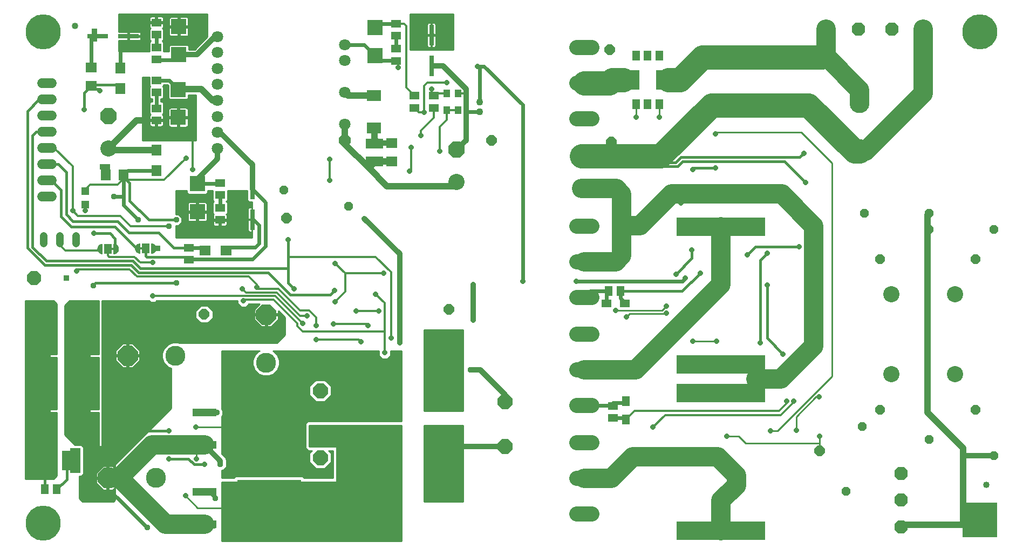
<source format=gtl>
G75*
G70*
%OFA0B0*%
%FSLAX24Y24*%
%IPPOS*%
%LPD*%
%AMOC8*
5,1,8,0,0,1.08239X$1,22.5*
%
%ADD10C,0.1000*%
%ADD11OC8,0.0600*%
%ADD12OC8,0.0827*%
%ADD13OC8,0.0540*%
%ADD14R,0.0827X0.0827*%
%ADD15C,0.0400*%
%ADD16C,0.0930*%
%ADD17R,0.0512X0.0591*%
%ADD18R,0.0591X0.0472*%
%ADD19C,0.0600*%
%ADD20R,0.0472X0.0591*%
%ADD21R,0.0591X0.0512*%
%ADD22R,0.0098X0.0197*%
%ADD23R,0.5512X0.1181*%
%ADD24R,0.1457X0.0512*%
%ADD25R,0.3976X0.3504*%
%ADD26C,0.1236*%
%ADD27OC8,0.1236*%
%ADD28OC8,0.0860*%
%ADD29R,0.0354X0.0354*%
%ADD30OC8,0.0650*%
%ADD31R,0.0591X0.0689*%
%ADD32R,0.0945X0.0945*%
%ADD33R,0.0689X0.0591*%
%ADD34R,0.0300X0.1280*%
%ADD35R,0.1280X0.0300*%
%ADD36R,0.0472X0.0472*%
%ADD37R,0.0630X0.0709*%
%ADD38R,0.0709X0.0630*%
%ADD39R,0.0866X0.0709*%
%ADD40R,0.1063X0.0630*%
%ADD41OC8,0.1000*%
%ADD42R,0.0394X0.0472*%
%ADD43C,0.0709*%
%ADD44OC8,0.0709*%
%ADD45R,0.0710X0.0630*%
%ADD46R,0.0600X0.1200*%
%ADD47R,0.1600X0.0430*%
%ADD48OC8,0.0930*%
%ADD49R,0.0500X0.0600*%
%ADD50R,0.1000X0.1200*%
%ADD51C,0.0010*%
%ADD52R,0.0350X0.0100*%
%ADD53R,0.0200X0.0100*%
%ADD54C,0.0480*%
%ADD55C,0.0433*%
%ADD56C,0.0400*%
%ADD57C,0.1000*%
%ADD58C,0.1500*%
%ADD59C,0.1200*%
%ADD60C,0.0100*%
%ADD61OC8,0.0317*%
%ADD62C,0.0320*%
%ADD63R,0.2165X0.2165*%
%ADD64OC8,0.0357*%
%ADD65C,0.0120*%
%ADD66C,0.0160*%
%ADD67C,0.0240*%
%ADD68R,0.0317X0.0317*%
%ADD69C,0.0200*%
%ADD70C,0.0140*%
%ADD71R,0.0357X0.0357*%
%ADD72C,0.2165*%
D10*
X029462Y024125D03*
X007937Y026175D03*
X056319Y017186D03*
X060256Y017186D03*
X060256Y012264D03*
X056319Y012264D03*
D11*
X055612Y010050D03*
X061512Y010050D03*
X061512Y019350D03*
X055612Y019350D03*
D12*
X056912Y006129D03*
X056912Y004475D03*
X056912Y002821D03*
X005864Y016400D03*
X004211Y016400D03*
X054285Y033567D03*
X056335Y033567D03*
X058285Y033567D03*
D13*
X058662Y022200D03*
X058662Y021200D03*
X062662Y021200D03*
X054662Y022200D03*
X054512Y009025D03*
X058662Y008225D03*
X062662Y007225D03*
X053512Y005025D03*
X022787Y022625D03*
X018787Y023625D03*
D14*
X052285Y033567D03*
D15*
X005874Y033771D03*
X062173Y005424D03*
D16*
X037804Y005818D02*
X036874Y005818D01*
X036874Y003618D02*
X037804Y003618D01*
X037804Y008018D02*
X036874Y008018D01*
X036874Y010311D02*
X037804Y010311D01*
X037804Y012511D02*
X036874Y012511D01*
X036874Y014711D02*
X037804Y014711D01*
X037804Y017004D02*
X036874Y017004D01*
X036874Y019204D02*
X037804Y019204D01*
X037804Y021404D02*
X036874Y021404D01*
X036874Y028028D02*
X037804Y028028D01*
X037804Y030228D02*
X036874Y030228D01*
X036874Y032428D02*
X037804Y032428D01*
D17*
X038838Y017375D03*
X039586Y017375D03*
X004761Y005150D03*
X004013Y005150D03*
D18*
X038717Y016625D03*
X039858Y016625D03*
D19*
X037489Y023716D02*
X036889Y023716D01*
X036889Y025716D02*
X037489Y025716D01*
X004437Y025225D02*
X003837Y025225D01*
X003837Y026225D02*
X004437Y026225D01*
X004437Y027225D02*
X003837Y027225D01*
X003837Y028225D02*
X004437Y028225D01*
X004437Y029225D02*
X003837Y029225D01*
X003837Y030225D02*
X004437Y030225D01*
X004437Y024225D02*
X003837Y024225D01*
X003837Y023225D02*
X004437Y023225D01*
D20*
X039912Y010596D03*
X039912Y009454D03*
D21*
X039112Y009551D03*
X039112Y010299D03*
X014837Y021776D03*
X014837Y022524D03*
X014837Y023326D03*
X014837Y024074D03*
X012912Y020074D03*
X012912Y019326D03*
X010912Y027926D03*
X010912Y028674D03*
X010912Y029651D03*
X010912Y030399D03*
X010912Y031676D03*
X010912Y032424D03*
X010912Y033226D03*
X010912Y033974D03*
X025712Y033899D03*
X025712Y033151D03*
X025712Y032349D03*
X025712Y031601D03*
X026837Y029449D03*
X026837Y028701D03*
X028037Y028701D03*
X028037Y029449D03*
D22*
X054316Y026025D03*
X054409Y026025D03*
D23*
X045787Y021352D03*
X045787Y012848D03*
X045787Y011102D03*
X045787Y002598D03*
D24*
X013889Y003000D03*
X013889Y005000D03*
X013864Y007900D03*
X013864Y009900D03*
D25*
X017840Y008900D03*
X017865Y004000D03*
D26*
X010864Y005850D03*
X017687Y012974D03*
X012089Y013400D03*
X047737Y031826D03*
X054362Y028976D03*
D27*
X054362Y026024D03*
X047737Y028874D03*
X017687Y015926D03*
X009136Y013400D03*
X007911Y005850D03*
D28*
X003362Y018200D03*
D29*
X005362Y018200D03*
D30*
X013862Y015950D03*
X018962Y021900D03*
X028987Y016250D03*
X039012Y026575D03*
X031612Y026700D03*
X038912Y032300D03*
X051887Y007525D03*
D31*
X010912Y024810D03*
X010912Y026090D03*
X008687Y029885D03*
X008687Y031165D03*
D32*
X012287Y031984D03*
X012287Y033716D03*
X012262Y029841D03*
X012262Y028109D03*
X013437Y024016D03*
X013437Y022284D03*
X024412Y031934D03*
X024412Y033666D03*
D33*
X015203Y019900D03*
X013923Y019900D03*
D34*
X016837Y021800D03*
X016837Y023700D03*
X027912Y031275D03*
X027912Y033175D03*
D35*
X009187Y033125D03*
X007287Y033125D03*
D36*
X006512Y023563D03*
X006512Y022737D03*
D37*
X007786Y024550D03*
X008889Y024550D03*
D38*
X006887Y030074D03*
X006887Y031176D03*
D39*
X024362Y029454D03*
X024362Y027446D03*
D40*
X024387Y026501D03*
X024387Y025399D03*
D41*
X029462Y026125D03*
X007937Y028175D03*
D42*
X028862Y028563D03*
X029562Y028563D03*
X029562Y029587D03*
X028862Y029587D03*
D43*
X022549Y029650D03*
X022549Y027681D03*
X022549Y031619D03*
X022549Y032603D03*
X014675Y033095D03*
X014675Y032111D03*
X014675Y031126D03*
X014675Y030142D03*
X014675Y029158D03*
X014675Y028174D03*
X014675Y027189D03*
X014675Y026205D03*
D44*
X022549Y026697D03*
D45*
X025462Y026510D03*
X025462Y025390D03*
D46*
X005377Y006925D03*
X003397Y006925D03*
D47*
X003582Y009975D03*
X006042Y009975D03*
X006042Y013450D03*
X003582Y013450D03*
D48*
X021032Y011231D03*
X021032Y009854D03*
X021032Y008476D03*
X021032Y007098D03*
X032449Y007787D03*
X032449Y010543D03*
D49*
X010237Y020025D03*
X007912Y020000D03*
X040532Y028925D03*
X041262Y028925D03*
X041992Y028925D03*
X041992Y031925D03*
X041262Y031925D03*
X040532Y031925D03*
D50*
X040232Y030425D03*
X042292Y030425D03*
D51*
X010865Y020140D02*
X010882Y020084D01*
X010887Y020025D01*
X010882Y019966D01*
X010865Y019910D01*
X010837Y019858D01*
X010800Y019813D01*
X010754Y019776D01*
X010702Y019748D01*
X010646Y019731D01*
X010587Y019725D01*
X010587Y020325D01*
X010646Y020319D01*
X010702Y020302D01*
X010754Y020274D01*
X010800Y020237D01*
X010837Y020192D01*
X010865Y020140D01*
X010864Y020140D02*
X010587Y020140D01*
X010587Y020132D02*
X010867Y020132D01*
X010870Y020123D02*
X010587Y020123D01*
X010587Y020115D02*
X010872Y020115D01*
X010875Y020106D02*
X010587Y020106D01*
X010587Y020098D02*
X010877Y020098D01*
X010880Y020089D02*
X010587Y020089D01*
X010587Y020081D02*
X010882Y020081D01*
X010883Y020072D02*
X010587Y020072D01*
X010587Y020064D02*
X010884Y020064D01*
X010885Y020055D02*
X010587Y020055D01*
X010587Y020047D02*
X010885Y020047D01*
X010886Y020038D02*
X010587Y020038D01*
X010587Y020030D02*
X010887Y020030D01*
X010887Y020021D02*
X010587Y020021D01*
X010587Y020013D02*
X010886Y020013D01*
X010885Y020004D02*
X010587Y020004D01*
X010587Y019996D02*
X010885Y019996D01*
X010884Y019987D02*
X010587Y019987D01*
X010587Y019979D02*
X010883Y019979D01*
X010882Y019970D02*
X010587Y019970D01*
X010587Y019962D02*
X010880Y019962D01*
X010878Y019953D02*
X010587Y019953D01*
X010587Y019945D02*
X010875Y019945D01*
X010872Y019936D02*
X010587Y019936D01*
X010587Y019928D02*
X010870Y019928D01*
X010867Y019919D02*
X010587Y019919D01*
X010587Y019911D02*
X010865Y019911D01*
X010860Y019902D02*
X010587Y019902D01*
X010587Y019894D02*
X010856Y019894D01*
X010851Y019885D02*
X010587Y019885D01*
X010587Y019877D02*
X010847Y019877D01*
X010842Y019868D02*
X010587Y019868D01*
X010587Y019860D02*
X010838Y019860D01*
X010831Y019851D02*
X010587Y019851D01*
X010587Y019843D02*
X010824Y019843D01*
X010817Y019834D02*
X010587Y019834D01*
X010587Y019826D02*
X010810Y019826D01*
X010803Y019817D02*
X010587Y019817D01*
X010587Y019809D02*
X010794Y019809D01*
X010784Y019800D02*
X010587Y019800D01*
X010587Y019792D02*
X010774Y019792D01*
X010763Y019783D02*
X010587Y019783D01*
X010587Y019775D02*
X010752Y019775D01*
X010736Y019766D02*
X010587Y019766D01*
X010587Y019758D02*
X010720Y019758D01*
X010705Y019749D02*
X010587Y019749D01*
X010587Y019741D02*
X010678Y019741D01*
X010650Y019732D02*
X010587Y019732D01*
X010587Y020149D02*
X010860Y020149D01*
X010855Y020157D02*
X010587Y020157D01*
X010587Y020166D02*
X010851Y020166D01*
X010846Y020174D02*
X010587Y020174D01*
X010587Y020183D02*
X010842Y020183D01*
X010837Y020191D02*
X010587Y020191D01*
X010587Y020200D02*
X010830Y020200D01*
X010823Y020208D02*
X010587Y020208D01*
X010587Y020217D02*
X010816Y020217D01*
X010810Y020225D02*
X010587Y020225D01*
X010587Y020234D02*
X010803Y020234D01*
X010794Y020242D02*
X010587Y020242D01*
X010587Y020251D02*
X010783Y020251D01*
X010773Y020259D02*
X010587Y020259D01*
X010587Y020268D02*
X010763Y020268D01*
X010751Y020276D02*
X010587Y020276D01*
X010587Y020285D02*
X010735Y020285D01*
X010719Y020293D02*
X010587Y020293D01*
X010587Y020302D02*
X010703Y020302D01*
X010676Y020310D02*
X010587Y020310D01*
X010587Y020319D02*
X010648Y020319D01*
X010037Y020075D02*
X010037Y019975D01*
X009887Y019975D01*
X009887Y019725D01*
X009829Y019731D01*
X009773Y019748D01*
X009721Y019776D01*
X009675Y019813D01*
X009638Y019858D01*
X009610Y019910D01*
X009593Y019966D01*
X009587Y020025D01*
X009593Y020084D01*
X009610Y020140D01*
X009638Y020192D01*
X009675Y020237D01*
X009721Y020274D01*
X009773Y020302D01*
X009829Y020319D01*
X009887Y020325D01*
X009887Y020075D01*
X010037Y020075D01*
X010037Y020072D02*
X009592Y020072D01*
X009591Y020064D02*
X010037Y020064D01*
X010037Y020055D02*
X009590Y020055D01*
X009590Y020047D02*
X010037Y020047D01*
X010037Y020038D02*
X009589Y020038D01*
X009588Y020030D02*
X010037Y020030D01*
X010037Y020021D02*
X009588Y020021D01*
X009589Y020013D02*
X010037Y020013D01*
X010037Y020004D02*
X009590Y020004D01*
X009590Y019996D02*
X010037Y019996D01*
X010037Y019987D02*
X009591Y019987D01*
X009592Y019979D02*
X010037Y019979D01*
X009887Y019970D02*
X009593Y019970D01*
X009595Y019962D02*
X009887Y019962D01*
X009887Y019953D02*
X009597Y019953D01*
X009600Y019945D02*
X009887Y019945D01*
X009887Y019936D02*
X009602Y019936D01*
X009605Y019928D02*
X009887Y019928D01*
X009887Y019919D02*
X009608Y019919D01*
X009610Y019911D02*
X009887Y019911D01*
X009887Y019902D02*
X009615Y019902D01*
X009619Y019894D02*
X009887Y019894D01*
X009887Y019885D02*
X009624Y019885D01*
X009628Y019877D02*
X009887Y019877D01*
X009887Y019868D02*
X009633Y019868D01*
X009637Y019860D02*
X009887Y019860D01*
X009887Y019851D02*
X009644Y019851D01*
X009651Y019843D02*
X009887Y019843D01*
X009887Y019834D02*
X009658Y019834D01*
X009665Y019826D02*
X009887Y019826D01*
X009887Y019817D02*
X009672Y019817D01*
X009681Y019809D02*
X009887Y019809D01*
X009887Y019800D02*
X009691Y019800D01*
X009701Y019792D02*
X009887Y019792D01*
X009887Y019783D02*
X009712Y019783D01*
X009723Y019775D02*
X009887Y019775D01*
X009887Y019766D02*
X009739Y019766D01*
X009754Y019758D02*
X009887Y019758D01*
X009887Y019749D02*
X009770Y019749D01*
X009797Y019741D02*
X009887Y019741D01*
X009887Y019732D02*
X009825Y019732D01*
X009887Y020081D02*
X009593Y020081D01*
X009595Y020089D02*
X009887Y020089D01*
X009887Y020098D02*
X009597Y020098D01*
X009600Y020106D02*
X009887Y020106D01*
X009887Y020115D02*
X009603Y020115D01*
X009605Y020123D02*
X009887Y020123D01*
X009887Y020132D02*
X009608Y020132D01*
X009610Y020140D02*
X009887Y020140D01*
X009887Y020149D02*
X009615Y020149D01*
X009620Y020157D02*
X009887Y020157D01*
X009887Y020166D02*
X009624Y020166D01*
X009629Y020174D02*
X009887Y020174D01*
X009887Y020183D02*
X009633Y020183D01*
X009638Y020191D02*
X009887Y020191D01*
X009887Y020200D02*
X009645Y020200D01*
X009651Y020208D02*
X009887Y020208D01*
X009887Y020217D02*
X009658Y020217D01*
X009665Y020225D02*
X009887Y020225D01*
X009887Y020234D02*
X009672Y020234D01*
X009681Y020242D02*
X009887Y020242D01*
X009887Y020251D02*
X009692Y020251D01*
X009702Y020259D02*
X009887Y020259D01*
X009887Y020268D02*
X009712Y020268D01*
X009724Y020276D02*
X009887Y020276D01*
X009887Y020285D02*
X009740Y020285D01*
X009756Y020293D02*
X009887Y020293D01*
X009887Y020302D02*
X009772Y020302D01*
X009799Y020310D02*
X009887Y020310D01*
X009887Y020319D02*
X009827Y020319D01*
X008557Y020059D02*
X008562Y020000D01*
X008557Y019941D01*
X008540Y019885D01*
X008512Y019833D01*
X008475Y019788D01*
X008429Y019751D01*
X008377Y019723D01*
X008321Y019706D01*
X008262Y019700D01*
X008262Y019950D01*
X008112Y019950D01*
X008112Y020050D01*
X008262Y020050D01*
X008262Y020300D01*
X008321Y020294D01*
X008377Y020277D01*
X008429Y020249D01*
X008475Y020212D01*
X008512Y020167D01*
X008540Y020115D01*
X008557Y020059D01*
X008557Y020055D02*
X008262Y020055D01*
X008262Y020064D02*
X008555Y020064D01*
X008553Y020072D02*
X008262Y020072D01*
X008262Y020081D02*
X008550Y020081D01*
X008547Y020089D02*
X008262Y020089D01*
X008262Y020098D02*
X008545Y020098D01*
X008542Y020106D02*
X008262Y020106D01*
X008262Y020115D02*
X008540Y020115D01*
X008535Y020123D02*
X008262Y020123D01*
X008262Y020132D02*
X008531Y020132D01*
X008526Y020140D02*
X008262Y020140D01*
X008262Y020149D02*
X008522Y020149D01*
X008517Y020157D02*
X008262Y020157D01*
X008262Y020166D02*
X008513Y020166D01*
X008506Y020174D02*
X008262Y020174D01*
X008262Y020183D02*
X008499Y020183D01*
X008492Y020191D02*
X008262Y020191D01*
X008262Y020200D02*
X008485Y020200D01*
X008478Y020208D02*
X008262Y020208D01*
X008262Y020217D02*
X008469Y020217D01*
X008459Y020225D02*
X008262Y020225D01*
X008262Y020234D02*
X008448Y020234D01*
X008438Y020242D02*
X008262Y020242D01*
X008262Y020251D02*
X008427Y020251D01*
X008411Y020259D02*
X008262Y020259D01*
X008262Y020268D02*
X008395Y020268D01*
X008379Y020276D02*
X008262Y020276D01*
X008262Y020285D02*
X008353Y020285D01*
X008325Y020293D02*
X008262Y020293D01*
X008112Y020047D02*
X008558Y020047D01*
X008559Y020038D02*
X008112Y020038D01*
X008112Y020030D02*
X008560Y020030D01*
X008560Y020021D02*
X008112Y020021D01*
X008112Y020013D02*
X008561Y020013D01*
X008562Y020004D02*
X008112Y020004D01*
X008112Y019996D02*
X008562Y019996D01*
X008561Y019987D02*
X008112Y019987D01*
X008112Y019979D02*
X008560Y019979D01*
X008560Y019970D02*
X008112Y019970D01*
X008112Y019962D02*
X008559Y019962D01*
X008558Y019953D02*
X008112Y019953D01*
X008262Y019945D02*
X008557Y019945D01*
X008555Y019936D02*
X008262Y019936D01*
X008262Y019928D02*
X008552Y019928D01*
X008550Y019919D02*
X008262Y019919D01*
X008262Y019911D02*
X008547Y019911D01*
X008545Y019902D02*
X008262Y019902D01*
X008262Y019894D02*
X008542Y019894D01*
X008540Y019885D02*
X008262Y019885D01*
X008262Y019877D02*
X008535Y019877D01*
X008530Y019868D02*
X008262Y019868D01*
X008262Y019860D02*
X008526Y019860D01*
X008521Y019851D02*
X008262Y019851D01*
X008262Y019843D02*
X008517Y019843D01*
X008512Y019834D02*
X008262Y019834D01*
X008262Y019826D02*
X008506Y019826D01*
X008499Y019817D02*
X008262Y019817D01*
X008262Y019809D02*
X008492Y019809D01*
X008485Y019800D02*
X008262Y019800D01*
X008262Y019792D02*
X008478Y019792D01*
X008469Y019783D02*
X008262Y019783D01*
X008262Y019775D02*
X008458Y019775D01*
X008448Y019766D02*
X008262Y019766D01*
X008262Y019758D02*
X008438Y019758D01*
X008426Y019749D02*
X008262Y019749D01*
X008262Y019741D02*
X008410Y019741D01*
X008395Y019732D02*
X008262Y019732D01*
X008262Y019724D02*
X008379Y019724D01*
X008352Y019715D02*
X008262Y019715D01*
X008262Y019707D02*
X008324Y019707D01*
X007562Y019707D02*
X007501Y019707D01*
X007504Y019706D02*
X007448Y019723D01*
X007396Y019751D01*
X007350Y019788D01*
X007313Y019833D01*
X007285Y019885D01*
X007268Y019941D01*
X007262Y020000D01*
X007268Y020059D01*
X007285Y020115D01*
X007313Y020167D01*
X007350Y020212D01*
X007396Y020249D01*
X007448Y020277D01*
X007504Y020294D01*
X007562Y020300D01*
X007562Y019700D01*
X007504Y019706D01*
X007473Y019715D02*
X007562Y019715D01*
X007562Y019724D02*
X007446Y019724D01*
X007430Y019732D02*
X007562Y019732D01*
X007562Y019741D02*
X007415Y019741D01*
X007399Y019749D02*
X007562Y019749D01*
X007562Y019758D02*
X007387Y019758D01*
X007377Y019766D02*
X007562Y019766D01*
X007562Y019775D02*
X007367Y019775D01*
X007356Y019783D02*
X007562Y019783D01*
X007562Y019792D02*
X007347Y019792D01*
X007340Y019800D02*
X007562Y019800D01*
X007562Y019809D02*
X007333Y019809D01*
X007326Y019817D02*
X007562Y019817D01*
X007562Y019826D02*
X007319Y019826D01*
X007313Y019834D02*
X007562Y019834D01*
X007562Y019843D02*
X007308Y019843D01*
X007304Y019851D02*
X007562Y019851D01*
X007562Y019860D02*
X007299Y019860D01*
X007294Y019868D02*
X007562Y019868D01*
X007562Y019877D02*
X007290Y019877D01*
X007285Y019885D02*
X007562Y019885D01*
X007562Y019894D02*
X007283Y019894D01*
X007280Y019902D02*
X007562Y019902D01*
X007562Y019911D02*
X007278Y019911D01*
X007275Y019919D02*
X007562Y019919D01*
X007562Y019928D02*
X007272Y019928D01*
X007270Y019936D02*
X007562Y019936D01*
X007562Y019945D02*
X007268Y019945D01*
X007267Y019953D02*
X007562Y019953D01*
X007562Y019962D02*
X007266Y019962D01*
X007265Y019970D02*
X007562Y019970D01*
X007562Y019979D02*
X007265Y019979D01*
X007264Y019987D02*
X007562Y019987D01*
X007562Y019996D02*
X007263Y019996D01*
X007263Y020004D02*
X007562Y020004D01*
X007562Y020013D02*
X007264Y020013D01*
X007265Y020021D02*
X007562Y020021D01*
X007562Y020030D02*
X007265Y020030D01*
X007266Y020038D02*
X007562Y020038D01*
X007562Y020047D02*
X007267Y020047D01*
X007268Y020055D02*
X007562Y020055D01*
X007562Y020064D02*
X007270Y020064D01*
X007272Y020072D02*
X007562Y020072D01*
X007562Y020081D02*
X007275Y020081D01*
X007277Y020089D02*
X007562Y020089D01*
X007562Y020098D02*
X007280Y020098D01*
X007283Y020106D02*
X007562Y020106D01*
X007562Y020115D02*
X007285Y020115D01*
X007290Y020123D02*
X007562Y020123D01*
X007562Y020132D02*
X007294Y020132D01*
X007299Y020140D02*
X007562Y020140D01*
X007562Y020149D02*
X007303Y020149D01*
X007308Y020157D02*
X007562Y020157D01*
X007562Y020166D02*
X007312Y020166D01*
X007319Y020174D02*
X007562Y020174D01*
X007562Y020183D02*
X007326Y020183D01*
X007333Y020191D02*
X007562Y020191D01*
X007562Y020200D02*
X007340Y020200D01*
X007347Y020208D02*
X007562Y020208D01*
X007562Y020217D02*
X007356Y020217D01*
X007366Y020225D02*
X007562Y020225D01*
X007562Y020234D02*
X007376Y020234D01*
X007387Y020242D02*
X007562Y020242D01*
X007562Y020251D02*
X007398Y020251D01*
X007414Y020259D02*
X007562Y020259D01*
X007562Y020268D02*
X007430Y020268D01*
X007446Y020276D02*
X007562Y020276D01*
X007562Y020285D02*
X007472Y020285D01*
X007500Y020293D02*
X007562Y020293D01*
D52*
X008362Y020000D03*
X009787Y020025D03*
D53*
X010762Y020025D03*
X007387Y020000D03*
D54*
X005937Y020310D02*
X005937Y020790D01*
X004937Y020790D02*
X004937Y020310D01*
X003937Y020310D02*
X003937Y020790D01*
D55*
X030887Y028455D03*
X030887Y029045D03*
D56*
X024362Y029454D02*
X022746Y029454D01*
X022549Y029650D01*
X022549Y027681D02*
X022549Y026697D01*
X022549Y026463D01*
X024037Y024975D01*
X024387Y025325D01*
X024387Y025399D01*
X025454Y025399D01*
X025462Y025390D01*
X024037Y024975D02*
X025162Y023850D01*
X029187Y023850D01*
X029462Y024125D01*
X024387Y026501D02*
X024387Y027446D01*
X024362Y027446D01*
X014675Y029158D02*
X014380Y029158D01*
X013687Y029850D01*
X012287Y029850D01*
X010187Y027950D02*
X010163Y027926D01*
X009688Y027926D01*
X007937Y026175D01*
X008022Y026090D01*
X010912Y026090D01*
X056912Y002821D02*
X057037Y002946D01*
X060737Y002946D01*
X061467Y002946D01*
X061780Y003259D01*
X060737Y002946D02*
X060737Y007225D01*
X060737Y007700D01*
X058562Y009875D01*
X058562Y021200D01*
X058662Y021200D01*
X058562Y021200D02*
X058562Y022100D01*
X058662Y022200D01*
D57*
X047962Y012850D02*
X045789Y012850D01*
X045787Y012848D01*
X047937Y012825D02*
X047937Y011950D01*
X047937Y011125D01*
X047914Y011102D01*
X045787Y011102D01*
X047937Y012825D02*
X047962Y012850D01*
X042537Y030425D02*
X042292Y030425D01*
X040232Y030425D02*
X039737Y030425D01*
D58*
X039087Y030425D01*
X038889Y030228D01*
X037339Y030228D01*
X042537Y030425D02*
X043237Y030425D01*
X044639Y031826D01*
X047737Y031826D01*
X052014Y031826D01*
X052037Y031850D01*
X051189Y028874D02*
X047737Y028874D01*
X045211Y028874D01*
X042053Y025716D01*
X037189Y025716D01*
X051189Y028874D02*
X054039Y026024D01*
X054362Y026024D01*
D59*
X054409Y026025D02*
X054712Y026025D01*
X057287Y028600D01*
X057487Y028800D01*
X058285Y029597D01*
X058285Y033567D01*
X054362Y029800D02*
X052285Y031878D01*
X052285Y033567D01*
X054362Y029800D02*
X054362Y028976D01*
X049537Y023375D02*
X051512Y021400D01*
X051512Y013975D01*
X049487Y011950D01*
X047937Y011950D01*
X045787Y017800D02*
X040498Y012511D01*
X037339Y012511D01*
X045787Y017800D02*
X045787Y021352D01*
X042737Y023375D02*
X040787Y021425D01*
X039787Y021425D01*
X039662Y021300D01*
X039662Y023350D01*
X039297Y023716D01*
X037189Y023716D01*
X039662Y021300D02*
X039662Y019600D01*
X039266Y019204D01*
X037339Y019204D01*
X042737Y023375D02*
X049537Y023375D01*
X045587Y007150D02*
X040337Y007150D01*
X039006Y005818D01*
X037339Y005818D01*
X045587Y007150D02*
X046737Y006000D01*
X046737Y005400D01*
X045787Y004450D01*
X045787Y002598D01*
X013887Y002975D02*
X011487Y002975D01*
X008612Y005850D01*
X007911Y005850D01*
X008612Y005850D02*
X010662Y007900D01*
X013337Y007900D01*
X013864Y007900D01*
D60*
X013387Y007850D02*
X013337Y007900D01*
X013387Y007850D02*
X013387Y007025D01*
X014962Y007325D02*
X015176Y007111D01*
X015232Y006975D01*
X015232Y006879D01*
X015251Y006861D01*
X015251Y006539D01*
X015023Y006312D01*
X014962Y006312D01*
X014962Y005860D01*
X015688Y005860D01*
X015790Y005962D01*
X019941Y005962D01*
X020043Y005860D01*
X021802Y005860D01*
X021802Y007540D01*
X021544Y007540D01*
X021707Y007377D01*
X021707Y006818D01*
X021311Y006423D01*
X020752Y006423D01*
X020357Y006818D01*
X020357Y007377D01*
X020520Y007540D01*
X020311Y007540D01*
X020215Y007580D01*
X020142Y007653D01*
X020102Y007748D01*
X020102Y009048D01*
X020102Y009152D01*
X020142Y009247D01*
X020215Y009320D01*
X020311Y009360D01*
X026062Y009360D01*
X026062Y013700D01*
X025381Y013700D01*
X025381Y013422D01*
X025165Y013206D01*
X024860Y013206D01*
X024644Y013422D01*
X024644Y013700D01*
X018098Y013700D01*
X018157Y013676D01*
X018390Y013443D01*
X018516Y013138D01*
X018516Y012809D01*
X018390Y012505D01*
X018157Y012272D01*
X017852Y012146D01*
X017523Y012146D01*
X017218Y012272D01*
X016985Y012505D01*
X016859Y012809D01*
X016859Y013138D01*
X016985Y013443D01*
X017218Y013676D01*
X017277Y013700D01*
X014962Y013700D01*
X014962Y010099D01*
X015026Y010036D01*
X015026Y009714D01*
X014962Y009651D01*
X014962Y007325D01*
X014988Y007300D02*
X020357Y007300D01*
X020357Y007201D02*
X015086Y007201D01*
X015180Y007103D02*
X020357Y007103D01*
X020357Y007004D02*
X015221Y007004D01*
X015232Y006906D02*
X020357Y006906D01*
X020368Y006807D02*
X015251Y006807D01*
X015251Y006709D02*
X020466Y006709D01*
X020565Y006610D02*
X015251Y006610D01*
X015223Y006512D02*
X020663Y006512D01*
X021400Y006512D02*
X021802Y006512D01*
X021802Y006610D02*
X021499Y006610D01*
X021597Y006709D02*
X021802Y006709D01*
X021802Y006807D02*
X021696Y006807D01*
X021707Y006906D02*
X021802Y006906D01*
X021802Y007004D02*
X021707Y007004D01*
X021707Y007103D02*
X021802Y007103D01*
X021802Y007201D02*
X021707Y007201D01*
X021707Y007300D02*
X021802Y007300D01*
X021802Y007398D02*
X021686Y007398D01*
X021587Y007497D02*
X021802Y007497D01*
X022062Y007497D02*
X026062Y007497D01*
X026062Y007595D02*
X022062Y007595D01*
X022062Y007694D02*
X026062Y007694D01*
X026062Y007792D02*
X022062Y007792D01*
X022062Y007800D02*
X020362Y007800D01*
X020362Y009100D01*
X026062Y009100D01*
X026062Y001957D01*
X014962Y001957D01*
X014962Y005600D01*
X022062Y005600D01*
X022062Y007800D01*
X022062Y007398D02*
X026062Y007398D01*
X026062Y007300D02*
X022062Y007300D01*
X022062Y007201D02*
X026062Y007201D01*
X026062Y007103D02*
X022062Y007103D01*
X022062Y007004D02*
X026062Y007004D01*
X026062Y006906D02*
X022062Y006906D01*
X022062Y006807D02*
X026062Y006807D01*
X026062Y006709D02*
X022062Y006709D01*
X022062Y006610D02*
X026062Y006610D01*
X026062Y006512D02*
X022062Y006512D01*
X022062Y006413D02*
X026062Y006413D01*
X026062Y006315D02*
X022062Y006315D01*
X022062Y006216D02*
X026062Y006216D01*
X026062Y006118D02*
X022062Y006118D01*
X022062Y006019D02*
X026062Y006019D01*
X026062Y005921D02*
X022062Y005921D01*
X022062Y005822D02*
X026062Y005822D01*
X026062Y005724D02*
X022062Y005724D01*
X022062Y005625D02*
X026062Y005625D01*
X026062Y005527D02*
X014962Y005527D01*
X014962Y005428D02*
X026062Y005428D01*
X026062Y005330D02*
X014962Y005330D01*
X014962Y005231D02*
X026062Y005231D01*
X026062Y005133D02*
X014962Y005133D01*
X014962Y005034D02*
X026062Y005034D01*
X026062Y004936D02*
X014962Y004936D01*
X014962Y004837D02*
X026062Y004837D01*
X026062Y004739D02*
X014962Y004739D01*
X014962Y004640D02*
X026062Y004640D01*
X026062Y004542D02*
X014962Y004542D01*
X014962Y004443D02*
X026062Y004443D01*
X026062Y004345D02*
X014962Y004345D01*
X014962Y004246D02*
X026062Y004246D01*
X026062Y004148D02*
X014962Y004148D01*
X014962Y004049D02*
X026062Y004049D01*
X026062Y003951D02*
X014962Y003951D01*
X014962Y003852D02*
X026062Y003852D01*
X026062Y003754D02*
X014962Y003754D01*
X014962Y003655D02*
X026062Y003655D01*
X026062Y003557D02*
X014962Y003557D01*
X014962Y003458D02*
X026062Y003458D01*
X026062Y003360D02*
X014962Y003360D01*
X014962Y003261D02*
X026062Y003261D01*
X026062Y003163D02*
X014962Y003163D01*
X014962Y003064D02*
X026062Y003064D01*
X026062Y002966D02*
X014962Y002966D01*
X014962Y002867D02*
X026062Y002867D01*
X026062Y002769D02*
X014962Y002769D01*
X014962Y002670D02*
X026062Y002670D01*
X026062Y002572D02*
X014962Y002572D01*
X014962Y002473D02*
X026062Y002473D01*
X026062Y002375D02*
X014962Y002375D01*
X014962Y002276D02*
X026062Y002276D01*
X026062Y002178D02*
X014962Y002178D01*
X014962Y002079D02*
X026062Y002079D01*
X026062Y001981D02*
X014962Y001981D01*
X013462Y004000D02*
X012712Y004750D01*
X013462Y004000D02*
X017865Y004000D01*
X015749Y005921D02*
X014962Y005921D01*
X014962Y006019D02*
X021802Y006019D01*
X021802Y005921D02*
X019982Y005921D01*
X021802Y006118D02*
X014962Y006118D01*
X014962Y006216D02*
X021802Y006216D01*
X021802Y006315D02*
X015026Y006315D01*
X015125Y006413D02*
X021802Y006413D01*
X020476Y007497D02*
X014962Y007497D01*
X014962Y007595D02*
X020200Y007595D01*
X020125Y007694D02*
X014962Y007694D01*
X014962Y007792D02*
X020102Y007792D01*
X020102Y007891D02*
X014962Y007891D01*
X014962Y007989D02*
X020102Y007989D01*
X020102Y008088D02*
X014962Y008088D01*
X014962Y008186D02*
X020102Y008186D01*
X020102Y008285D02*
X014962Y008285D01*
X014962Y008383D02*
X020102Y008383D01*
X020102Y008482D02*
X014962Y008482D01*
X014962Y008580D02*
X020102Y008580D01*
X020102Y008679D02*
X014962Y008679D01*
X014962Y008777D02*
X020102Y008777D01*
X020102Y008876D02*
X014962Y008876D01*
X014962Y008974D02*
X020102Y008974D01*
X020102Y009073D02*
X014962Y009073D01*
X014962Y009171D02*
X020110Y009171D01*
X020164Y009270D02*
X014962Y009270D01*
X014962Y009368D02*
X026062Y009368D01*
X026062Y009467D02*
X014962Y009467D01*
X014962Y009565D02*
X026062Y009565D01*
X026062Y009664D02*
X014975Y009664D01*
X015026Y009762D02*
X026062Y009762D01*
X026062Y009861D02*
X015026Y009861D01*
X015026Y009959D02*
X026062Y009959D01*
X026062Y010058D02*
X015004Y010058D01*
X014962Y010156D02*
X026062Y010156D01*
X026062Y010255D02*
X014962Y010255D01*
X014962Y010353D02*
X026062Y010353D01*
X026062Y010452D02*
X014962Y010452D01*
X014962Y010550D02*
X026062Y010550D01*
X026062Y010649D02*
X021403Y010649D01*
X021311Y010557D02*
X021707Y010952D01*
X021707Y011511D01*
X021311Y011906D01*
X020752Y011906D01*
X020357Y011511D01*
X020357Y010952D01*
X020752Y010557D01*
X021311Y010557D01*
X021502Y010747D02*
X026062Y010747D01*
X026062Y010846D02*
X021600Y010846D01*
X021699Y010944D02*
X026062Y010944D01*
X026062Y011043D02*
X021707Y011043D01*
X021707Y011141D02*
X026062Y011141D01*
X026062Y011240D02*
X021707Y011240D01*
X021707Y011338D02*
X026062Y011338D01*
X026062Y011437D02*
X021707Y011437D01*
X021683Y011535D02*
X026062Y011535D01*
X026062Y011634D02*
X021584Y011634D01*
X021486Y011732D02*
X026062Y011732D01*
X026062Y011831D02*
X021387Y011831D01*
X020676Y011831D02*
X014962Y011831D01*
X014962Y011929D02*
X026062Y011929D01*
X026062Y012028D02*
X014962Y012028D01*
X014962Y012126D02*
X026062Y012126D01*
X026062Y012225D02*
X018043Y012225D01*
X018208Y012323D02*
X026062Y012323D01*
X026062Y012422D02*
X018306Y012422D01*
X018396Y012520D02*
X026062Y012520D01*
X026062Y012619D02*
X018437Y012619D01*
X018478Y012717D02*
X026062Y012717D01*
X026062Y012816D02*
X018516Y012816D01*
X018516Y012914D02*
X026062Y012914D01*
X026062Y013013D02*
X018516Y013013D01*
X018516Y013111D02*
X026062Y013111D01*
X026062Y013210D02*
X025168Y013210D01*
X025267Y013308D02*
X026062Y013308D01*
X026062Y013407D02*
X025365Y013407D01*
X025381Y013505D02*
X026062Y013505D01*
X026062Y013604D02*
X025381Y013604D01*
X024856Y013210D02*
X018486Y013210D01*
X018445Y013308D02*
X024758Y013308D01*
X024659Y013407D02*
X018404Y013407D01*
X018327Y013505D02*
X024644Y013505D01*
X024644Y013604D02*
X018229Y013604D01*
X018362Y014200D02*
X012321Y014200D01*
X012254Y014228D01*
X011924Y014228D01*
X011620Y014102D01*
X011387Y013869D01*
X011261Y013565D01*
X011261Y013235D01*
X011387Y012931D01*
X011620Y012698D01*
X011812Y012618D01*
X011812Y010150D01*
X008362Y006700D01*
X008362Y006457D01*
X008221Y006598D01*
X007961Y006598D01*
X007961Y005900D01*
X007861Y005900D01*
X007861Y005800D01*
X007163Y005800D01*
X007163Y005540D01*
X007601Y005102D01*
X007861Y005102D01*
X007861Y005800D01*
X007961Y005800D01*
X007961Y005102D01*
X008221Y005102D01*
X008362Y005243D01*
X008362Y004500D01*
X008262Y004400D01*
X006362Y004400D01*
X006162Y004600D01*
X006162Y005956D01*
X006283Y005956D01*
X006406Y006079D01*
X006406Y007754D01*
X007562Y007775D01*
X007562Y016800D01*
X010448Y016793D01*
X010535Y016706D01*
X010840Y016706D01*
X010926Y016792D01*
X015919Y016781D01*
X015919Y016622D01*
X016135Y016406D01*
X016440Y016406D01*
X016614Y016580D01*
X017283Y016580D01*
X016939Y016236D01*
X016939Y015976D01*
X017637Y015976D01*
X017637Y015876D01*
X016939Y015876D01*
X016939Y015617D01*
X017378Y015178D01*
X017637Y015178D01*
X017637Y015876D01*
X017737Y015876D01*
X017737Y015178D01*
X017997Y015178D01*
X018436Y015617D01*
X018436Y015876D01*
X017737Y015876D01*
X017737Y015976D01*
X018436Y015976D01*
X018436Y016170D01*
X018837Y015768D01*
X018837Y014675D01*
X018362Y014200D01*
X018456Y014293D02*
X007562Y014293D01*
X007562Y014195D02*
X011843Y014195D01*
X011614Y014096D02*
X009498Y014096D01*
X009446Y014148D02*
X009186Y014148D01*
X009186Y013450D01*
X009086Y013450D01*
X009086Y013350D01*
X008388Y013350D01*
X008388Y013090D01*
X008826Y012652D01*
X009086Y012652D01*
X009086Y013350D01*
X009186Y013350D01*
X009186Y012652D01*
X009446Y012652D01*
X009884Y013090D01*
X009884Y013350D01*
X009186Y013350D01*
X009186Y013450D01*
X009884Y013450D01*
X009884Y013710D01*
X009446Y014148D01*
X009597Y013998D02*
X011515Y013998D01*
X011417Y013899D02*
X009695Y013899D01*
X009794Y013801D02*
X011358Y013801D01*
X011318Y013702D02*
X009884Y013702D01*
X009884Y013604D02*
X011277Y013604D01*
X011261Y013505D02*
X009884Y013505D01*
X009884Y013308D02*
X011261Y013308D01*
X011261Y013407D02*
X009186Y013407D01*
X009186Y013505D02*
X009086Y013505D01*
X009086Y013450D02*
X009086Y014148D01*
X008826Y014148D01*
X008388Y013710D01*
X008388Y013450D01*
X009086Y013450D01*
X009086Y013407D02*
X007562Y013407D01*
X007562Y013505D02*
X008388Y013505D01*
X008388Y013604D02*
X007562Y013604D01*
X007562Y013702D02*
X008388Y013702D01*
X008479Y013801D02*
X007562Y013801D01*
X007562Y013899D02*
X008577Y013899D01*
X008676Y013998D02*
X007562Y013998D01*
X007562Y014096D02*
X008774Y014096D01*
X009086Y014096D02*
X009186Y014096D01*
X009186Y013998D02*
X009086Y013998D01*
X009086Y013899D02*
X009186Y013899D01*
X009186Y013801D02*
X009086Y013801D01*
X009086Y013702D02*
X009186Y013702D01*
X009186Y013604D02*
X009086Y013604D01*
X009086Y013308D02*
X009186Y013308D01*
X009186Y013210D02*
X009086Y013210D01*
X009086Y013111D02*
X009186Y013111D01*
X009186Y013013D02*
X009086Y013013D01*
X009086Y012914D02*
X009186Y012914D01*
X009186Y012816D02*
X009086Y012816D01*
X009086Y012717D02*
X009186Y012717D01*
X009511Y012717D02*
X011601Y012717D01*
X011502Y012816D02*
X009610Y012816D01*
X009708Y012914D02*
X011404Y012914D01*
X011353Y013013D02*
X009807Y013013D01*
X009884Y013111D02*
X011312Y013111D01*
X011271Y013210D02*
X009884Y013210D01*
X008761Y012717D02*
X007562Y012717D01*
X007562Y012619D02*
X011812Y012619D01*
X011812Y012520D02*
X007562Y012520D01*
X007562Y012422D02*
X011812Y012422D01*
X011812Y012323D02*
X007562Y012323D01*
X007562Y012225D02*
X011812Y012225D01*
X011812Y012126D02*
X007562Y012126D01*
X007562Y012028D02*
X011812Y012028D01*
X011812Y011929D02*
X007562Y011929D01*
X007562Y011831D02*
X011812Y011831D01*
X011812Y011732D02*
X007562Y011732D01*
X007562Y011634D02*
X011812Y011634D01*
X011812Y011535D02*
X007562Y011535D01*
X007562Y011437D02*
X011812Y011437D01*
X011812Y011338D02*
X007562Y011338D01*
X007562Y011240D02*
X011812Y011240D01*
X011812Y011141D02*
X007562Y011141D01*
X007562Y011043D02*
X011812Y011043D01*
X011812Y010944D02*
X007562Y010944D01*
X007562Y010846D02*
X011812Y010846D01*
X011812Y010747D02*
X007562Y010747D01*
X007562Y010649D02*
X011812Y010649D01*
X011812Y010550D02*
X007562Y010550D01*
X007562Y010452D02*
X011812Y010452D01*
X011812Y010353D02*
X007562Y010353D01*
X007562Y010255D02*
X011812Y010255D01*
X011812Y010156D02*
X007562Y010156D01*
X007562Y010058D02*
X011720Y010058D01*
X011621Y009959D02*
X007562Y009959D01*
X007562Y009861D02*
X011523Y009861D01*
X011424Y009762D02*
X007562Y009762D01*
X007562Y009664D02*
X011326Y009664D01*
X011227Y009565D02*
X007562Y009565D01*
X007562Y009467D02*
X011129Y009467D01*
X011030Y009368D02*
X007562Y009368D01*
X007562Y009270D02*
X010932Y009270D01*
X010833Y009171D02*
X007562Y009171D01*
X007562Y009073D02*
X010735Y009073D01*
X010636Y008974D02*
X007562Y008974D01*
X007562Y008876D02*
X010538Y008876D01*
X010439Y008777D02*
X007562Y008777D01*
X007562Y008679D02*
X010341Y008679D01*
X010242Y008580D02*
X007562Y008580D01*
X007562Y008482D02*
X010144Y008482D01*
X010045Y008383D02*
X007562Y008383D01*
X007562Y008285D02*
X009947Y008285D01*
X009848Y008186D02*
X007562Y008186D01*
X007562Y008088D02*
X009750Y008088D01*
X009651Y007989D02*
X007562Y007989D01*
X007562Y007891D02*
X009553Y007891D01*
X009454Y007792D02*
X007562Y007792D01*
X007362Y007792D02*
X006385Y007792D01*
X006406Y007771D02*
X006283Y007894D01*
X005894Y007894D01*
X005262Y008525D01*
X005262Y016500D01*
X005562Y016800D01*
X007362Y016800D01*
X007362Y013500D01*
X006662Y013500D01*
X006662Y013300D01*
X007362Y013300D01*
X007362Y010100D01*
X006662Y010100D01*
X006662Y009900D01*
X007362Y009900D01*
X007362Y007600D01*
X006406Y007620D01*
X006406Y007771D01*
X006406Y007694D02*
X007362Y007694D01*
X007362Y007891D02*
X006286Y007891D01*
X006406Y007694D02*
X009356Y007694D01*
X009257Y007595D02*
X006406Y007595D01*
X006406Y007497D02*
X009159Y007497D01*
X009060Y007398D02*
X006406Y007398D01*
X006406Y007300D02*
X008962Y007300D01*
X008863Y007201D02*
X006406Y007201D01*
X006406Y007103D02*
X008765Y007103D01*
X008666Y007004D02*
X006406Y007004D01*
X006406Y006906D02*
X008568Y006906D01*
X008469Y006807D02*
X006406Y006807D01*
X006406Y006709D02*
X008371Y006709D01*
X008362Y006610D02*
X006406Y006610D01*
X006406Y006512D02*
X007515Y006512D01*
X007601Y006598D02*
X007163Y006160D01*
X007163Y005900D01*
X007861Y005900D01*
X007861Y006598D01*
X007601Y006598D01*
X007416Y006413D02*
X006406Y006413D01*
X006406Y006315D02*
X007318Y006315D01*
X007219Y006216D02*
X006406Y006216D01*
X006406Y006118D02*
X007163Y006118D01*
X007163Y006019D02*
X006346Y006019D01*
X006162Y005921D02*
X007163Y005921D01*
X007163Y005724D02*
X006162Y005724D01*
X006162Y005822D02*
X007861Y005822D01*
X007861Y005724D02*
X007961Y005724D01*
X007961Y005625D02*
X007861Y005625D01*
X007861Y005527D02*
X007961Y005527D01*
X007961Y005428D02*
X007861Y005428D01*
X007861Y005330D02*
X007961Y005330D01*
X007961Y005231D02*
X007861Y005231D01*
X007861Y005133D02*
X007961Y005133D01*
X008252Y005133D02*
X008362Y005133D01*
X008350Y005231D02*
X008362Y005231D01*
X008362Y005034D02*
X006162Y005034D01*
X006162Y004936D02*
X008362Y004936D01*
X008362Y004837D02*
X006162Y004837D01*
X006162Y004739D02*
X008362Y004739D01*
X008362Y004640D02*
X006162Y004640D01*
X006221Y004542D02*
X008362Y004542D01*
X008305Y004443D02*
X006319Y004443D01*
X006162Y005133D02*
X007571Y005133D01*
X007472Y005231D02*
X006162Y005231D01*
X006162Y005330D02*
X007374Y005330D01*
X007275Y005428D02*
X006162Y005428D01*
X006162Y005527D02*
X007177Y005527D01*
X007163Y005625D02*
X006162Y005625D01*
X004762Y006000D02*
X004562Y005800D01*
X002801Y005800D01*
X002801Y016800D01*
X004562Y016800D01*
X004762Y016600D01*
X004762Y013500D01*
X004262Y013500D01*
X004262Y013300D01*
X004762Y013300D01*
X004762Y010100D01*
X004262Y010100D01*
X004262Y009900D01*
X004762Y009900D01*
X004762Y006000D01*
X004762Y006019D02*
X002801Y006019D01*
X002801Y005921D02*
X004683Y005921D01*
X004584Y005822D02*
X002801Y005822D01*
X002801Y006118D02*
X004762Y006118D01*
X004762Y006216D02*
X002801Y006216D01*
X002801Y006315D02*
X004762Y006315D01*
X004762Y006413D02*
X002801Y006413D01*
X002801Y006512D02*
X004762Y006512D01*
X004762Y006610D02*
X002801Y006610D01*
X002801Y006709D02*
X004762Y006709D01*
X004762Y006807D02*
X002801Y006807D01*
X002801Y006906D02*
X004762Y006906D01*
X004762Y007004D02*
X002801Y007004D01*
X002801Y007103D02*
X004762Y007103D01*
X004762Y007201D02*
X002801Y007201D01*
X002801Y007300D02*
X004762Y007300D01*
X004762Y007398D02*
X002801Y007398D01*
X002801Y007497D02*
X004762Y007497D01*
X004762Y007595D02*
X002801Y007595D01*
X002801Y007694D02*
X004762Y007694D01*
X004762Y007792D02*
X002801Y007792D01*
X002801Y007891D02*
X004762Y007891D01*
X004762Y007989D02*
X002801Y007989D01*
X002801Y008088D02*
X004762Y008088D01*
X004762Y008186D02*
X002801Y008186D01*
X002801Y008285D02*
X004762Y008285D01*
X004762Y008383D02*
X002801Y008383D01*
X002801Y008482D02*
X004762Y008482D01*
X004762Y008580D02*
X002801Y008580D01*
X002801Y008679D02*
X004762Y008679D01*
X004762Y008777D02*
X002801Y008777D01*
X002801Y008876D02*
X004762Y008876D01*
X004762Y008974D02*
X002801Y008974D01*
X002801Y009073D02*
X004762Y009073D01*
X004762Y009171D02*
X002801Y009171D01*
X002801Y009270D02*
X004762Y009270D01*
X004762Y009368D02*
X002801Y009368D01*
X002801Y009467D02*
X004762Y009467D01*
X004762Y009565D02*
X002801Y009565D01*
X002801Y009664D02*
X004762Y009664D01*
X004762Y009762D02*
X002801Y009762D01*
X002801Y009861D02*
X004762Y009861D01*
X004762Y010156D02*
X002801Y010156D01*
X002801Y010058D02*
X004262Y010058D01*
X004262Y009959D02*
X002801Y009959D01*
X002801Y010255D02*
X004762Y010255D01*
X004762Y010353D02*
X002801Y010353D01*
X002801Y010452D02*
X004762Y010452D01*
X004762Y010550D02*
X002801Y010550D01*
X002801Y010649D02*
X004762Y010649D01*
X004762Y010747D02*
X002801Y010747D01*
X002801Y010846D02*
X004762Y010846D01*
X004762Y010944D02*
X002801Y010944D01*
X002801Y011043D02*
X004762Y011043D01*
X004762Y011141D02*
X002801Y011141D01*
X002801Y011240D02*
X004762Y011240D01*
X004762Y011338D02*
X002801Y011338D01*
X002801Y011437D02*
X004762Y011437D01*
X004762Y011535D02*
X002801Y011535D01*
X002801Y011634D02*
X004762Y011634D01*
X004762Y011732D02*
X002801Y011732D01*
X002801Y011831D02*
X004762Y011831D01*
X004762Y011929D02*
X002801Y011929D01*
X002801Y012028D02*
X004762Y012028D01*
X004762Y012126D02*
X002801Y012126D01*
X002801Y012225D02*
X004762Y012225D01*
X004762Y012323D02*
X002801Y012323D01*
X002801Y012422D02*
X004762Y012422D01*
X004762Y012520D02*
X002801Y012520D01*
X002801Y012619D02*
X004762Y012619D01*
X004762Y012717D02*
X002801Y012717D01*
X002801Y012816D02*
X004762Y012816D01*
X004762Y012914D02*
X002801Y012914D01*
X002801Y013013D02*
X004762Y013013D01*
X004762Y013111D02*
X002801Y013111D01*
X002801Y013210D02*
X004762Y013210D01*
X004762Y013505D02*
X002801Y013505D01*
X002801Y013407D02*
X004262Y013407D01*
X004262Y013308D02*
X002801Y013308D01*
X002801Y013604D02*
X004762Y013604D01*
X004762Y013702D02*
X002801Y013702D01*
X002801Y013801D02*
X004762Y013801D01*
X004762Y013899D02*
X002801Y013899D01*
X002801Y013998D02*
X004762Y013998D01*
X004762Y014096D02*
X002801Y014096D01*
X002801Y014195D02*
X004762Y014195D01*
X004762Y014293D02*
X002801Y014293D01*
X002801Y014392D02*
X004762Y014392D01*
X004762Y014490D02*
X002801Y014490D01*
X002801Y014589D02*
X004762Y014589D01*
X004762Y014687D02*
X002801Y014687D01*
X002801Y014786D02*
X004762Y014786D01*
X004762Y014884D02*
X002801Y014884D01*
X002801Y014983D02*
X004762Y014983D01*
X004762Y015081D02*
X002801Y015081D01*
X002801Y015180D02*
X004762Y015180D01*
X004762Y015278D02*
X002801Y015278D01*
X002801Y015377D02*
X004762Y015377D01*
X004762Y015475D02*
X002801Y015475D01*
X002801Y015574D02*
X004762Y015574D01*
X004762Y015672D02*
X002801Y015672D01*
X002801Y015771D02*
X004762Y015771D01*
X004762Y015869D02*
X002801Y015869D01*
X002801Y015968D02*
X004762Y015968D01*
X004762Y016066D02*
X002801Y016066D01*
X002801Y016165D02*
X004762Y016165D01*
X004762Y016263D02*
X002801Y016263D01*
X002801Y016362D02*
X004762Y016362D01*
X004762Y016460D02*
X002801Y016460D01*
X002801Y016559D02*
X004762Y016559D01*
X004705Y016657D02*
X002801Y016657D01*
X002801Y016756D02*
X004607Y016756D01*
X005262Y016460D02*
X007362Y016460D01*
X007362Y016362D02*
X005262Y016362D01*
X005262Y016263D02*
X007362Y016263D01*
X007362Y016165D02*
X005262Y016165D01*
X005262Y016066D02*
X007362Y016066D01*
X007362Y015968D02*
X005262Y015968D01*
X005262Y015869D02*
X007362Y015869D01*
X007362Y015771D02*
X005262Y015771D01*
X005262Y015672D02*
X007362Y015672D01*
X007362Y015574D02*
X005262Y015574D01*
X005262Y015475D02*
X007362Y015475D01*
X007362Y015377D02*
X005262Y015377D01*
X005262Y015278D02*
X007362Y015278D01*
X007362Y015180D02*
X005262Y015180D01*
X005262Y015081D02*
X007362Y015081D01*
X007362Y014983D02*
X005262Y014983D01*
X005262Y014884D02*
X007362Y014884D01*
X007362Y014786D02*
X005262Y014786D01*
X005262Y014687D02*
X007362Y014687D01*
X007362Y014589D02*
X005262Y014589D01*
X005262Y014490D02*
X007362Y014490D01*
X007362Y014392D02*
X005262Y014392D01*
X005262Y014293D02*
X007362Y014293D01*
X007362Y014195D02*
X005262Y014195D01*
X005262Y014096D02*
X007362Y014096D01*
X007362Y013998D02*
X005262Y013998D01*
X005262Y013899D02*
X007362Y013899D01*
X007362Y013801D02*
X005262Y013801D01*
X005262Y013702D02*
X007362Y013702D01*
X007362Y013604D02*
X005262Y013604D01*
X005262Y013505D02*
X007362Y013505D01*
X007562Y013308D02*
X008388Y013308D01*
X008388Y013210D02*
X007562Y013210D01*
X007562Y013111D02*
X008388Y013111D01*
X008466Y013013D02*
X007562Y013013D01*
X007562Y012914D02*
X008564Y012914D01*
X008663Y012816D02*
X007562Y012816D01*
X007362Y012816D02*
X005262Y012816D01*
X005262Y012914D02*
X007362Y012914D01*
X007362Y013013D02*
X005262Y013013D01*
X005262Y013111D02*
X007362Y013111D01*
X007362Y013210D02*
X005262Y013210D01*
X005262Y013308D02*
X006662Y013308D01*
X006662Y013407D02*
X005262Y013407D01*
X005262Y012717D02*
X007362Y012717D01*
X007362Y012619D02*
X005262Y012619D01*
X005262Y012520D02*
X007362Y012520D01*
X007362Y012422D02*
X005262Y012422D01*
X005262Y012323D02*
X007362Y012323D01*
X007362Y012225D02*
X005262Y012225D01*
X005262Y012126D02*
X007362Y012126D01*
X007362Y012028D02*
X005262Y012028D01*
X005262Y011929D02*
X007362Y011929D01*
X007362Y011831D02*
X005262Y011831D01*
X005262Y011732D02*
X007362Y011732D01*
X007362Y011634D02*
X005262Y011634D01*
X005262Y011535D02*
X007362Y011535D01*
X007362Y011437D02*
X005262Y011437D01*
X005262Y011338D02*
X007362Y011338D01*
X007362Y011240D02*
X005262Y011240D01*
X005262Y011141D02*
X007362Y011141D01*
X007362Y011043D02*
X005262Y011043D01*
X005262Y010944D02*
X007362Y010944D01*
X007362Y010846D02*
X005262Y010846D01*
X005262Y010747D02*
X007362Y010747D01*
X007362Y010649D02*
X005262Y010649D01*
X005262Y010550D02*
X007362Y010550D01*
X007362Y010452D02*
X005262Y010452D01*
X005262Y010353D02*
X007362Y010353D01*
X007362Y010255D02*
X005262Y010255D01*
X005262Y010156D02*
X007362Y010156D01*
X007362Y009861D02*
X005262Y009861D01*
X005262Y009959D02*
X006662Y009959D01*
X006662Y010058D02*
X005262Y010058D01*
X005262Y009762D02*
X007362Y009762D01*
X007362Y009664D02*
X005262Y009664D01*
X005262Y009565D02*
X007362Y009565D01*
X007362Y009467D02*
X005262Y009467D01*
X005262Y009368D02*
X007362Y009368D01*
X007362Y009270D02*
X005262Y009270D01*
X005262Y009171D02*
X007362Y009171D01*
X007362Y009073D02*
X005262Y009073D01*
X005262Y008974D02*
X007362Y008974D01*
X007362Y008876D02*
X005262Y008876D01*
X005262Y008777D02*
X007362Y008777D01*
X007362Y008679D02*
X005262Y008679D01*
X005262Y008580D02*
X007362Y008580D01*
X007362Y008482D02*
X005306Y008482D01*
X005404Y008383D02*
X007362Y008383D01*
X007362Y008285D02*
X005503Y008285D01*
X005601Y008186D02*
X007362Y008186D01*
X007362Y008088D02*
X005700Y008088D01*
X005798Y007989D02*
X007362Y007989D01*
X007861Y006512D02*
X007961Y006512D01*
X007961Y006413D02*
X007861Y006413D01*
X007861Y006315D02*
X007961Y006315D01*
X007961Y006216D02*
X007861Y006216D01*
X007861Y006118D02*
X007961Y006118D01*
X007961Y006019D02*
X007861Y006019D01*
X007861Y005921D02*
X007961Y005921D01*
X008308Y006512D02*
X008362Y006512D01*
X013337Y009000D02*
X016597Y009000D01*
X017840Y008900D01*
X020362Y008876D02*
X026062Y008876D01*
X026062Y008974D02*
X020362Y008974D01*
X020362Y009073D02*
X026062Y009073D01*
X026062Y008777D02*
X020362Y008777D01*
X020362Y008679D02*
X026062Y008679D01*
X026062Y008580D02*
X020362Y008580D01*
X020362Y008482D02*
X026062Y008482D01*
X026062Y008383D02*
X020362Y008383D01*
X020362Y008285D02*
X026062Y008285D01*
X026062Y008186D02*
X020362Y008186D01*
X020362Y008088D02*
X026062Y008088D01*
X026062Y007989D02*
X020362Y007989D01*
X020362Y007891D02*
X026062Y007891D01*
X027432Y007891D02*
X029862Y007891D01*
X029862Y007989D02*
X027432Y007989D01*
X027432Y008088D02*
X029862Y008088D01*
X029862Y008186D02*
X027432Y008186D01*
X027432Y008285D02*
X029862Y008285D01*
X029862Y008383D02*
X027432Y008383D01*
X027432Y008482D02*
X029862Y008482D01*
X029862Y008580D02*
X027432Y008580D01*
X027432Y008679D02*
X029862Y008679D01*
X029862Y008777D02*
X027432Y008777D01*
X027432Y008876D02*
X029862Y008876D01*
X029862Y008974D02*
X027432Y008974D01*
X027432Y009073D02*
X029862Y009073D01*
X029862Y009075D02*
X027432Y009075D01*
X027432Y004400D01*
X029862Y004400D01*
X029862Y009075D01*
X029862Y009975D02*
X027432Y009975D01*
X027432Y014975D01*
X029862Y014975D01*
X029862Y009975D01*
X029862Y010058D02*
X027432Y010058D01*
X027432Y010156D02*
X029862Y010156D01*
X029862Y010255D02*
X027432Y010255D01*
X027432Y010353D02*
X029862Y010353D01*
X029862Y010452D02*
X027432Y010452D01*
X027432Y010550D02*
X029862Y010550D01*
X029862Y010649D02*
X027432Y010649D01*
X027432Y010747D02*
X029862Y010747D01*
X029862Y010846D02*
X027432Y010846D01*
X027432Y010944D02*
X029862Y010944D01*
X029862Y011043D02*
X027432Y011043D01*
X027432Y011141D02*
X029862Y011141D01*
X029862Y011240D02*
X027432Y011240D01*
X027432Y011338D02*
X029862Y011338D01*
X029862Y011437D02*
X027432Y011437D01*
X027432Y011535D02*
X029862Y011535D01*
X029862Y011634D02*
X027432Y011634D01*
X027432Y011732D02*
X029862Y011732D01*
X029862Y011831D02*
X027432Y011831D01*
X027432Y011929D02*
X029862Y011929D01*
X029862Y012028D02*
X027432Y012028D01*
X027432Y012126D02*
X029862Y012126D01*
X029862Y012225D02*
X027432Y012225D01*
X027432Y012323D02*
X029862Y012323D01*
X029862Y012422D02*
X027432Y012422D01*
X027432Y012520D02*
X029862Y012520D01*
X029862Y012619D02*
X027432Y012619D01*
X027432Y012717D02*
X029862Y012717D01*
X029862Y012816D02*
X027432Y012816D01*
X027432Y012914D02*
X029862Y012914D01*
X029862Y013013D02*
X027432Y013013D01*
X027432Y013111D02*
X029862Y013111D01*
X029862Y013210D02*
X027432Y013210D01*
X027432Y013308D02*
X029862Y013308D01*
X029862Y013407D02*
X027432Y013407D01*
X027432Y013505D02*
X029862Y013505D01*
X029862Y013604D02*
X027432Y013604D01*
X027432Y013702D02*
X029862Y013702D01*
X029862Y013801D02*
X027432Y013801D01*
X027432Y013899D02*
X029862Y013899D01*
X029862Y013998D02*
X027432Y013998D01*
X027432Y014096D02*
X029862Y014096D01*
X029862Y014195D02*
X027432Y014195D01*
X027432Y014293D02*
X029862Y014293D01*
X029862Y014392D02*
X027432Y014392D01*
X027432Y014490D02*
X029862Y014490D01*
X029862Y014589D02*
X027432Y014589D01*
X027432Y014687D02*
X029862Y014687D01*
X029862Y014786D02*
X027432Y014786D01*
X027432Y014884D02*
X029862Y014884D01*
X020578Y011732D02*
X014962Y011732D01*
X014962Y011634D02*
X020479Y011634D01*
X020381Y011535D02*
X014962Y011535D01*
X014962Y011437D02*
X020357Y011437D01*
X020357Y011338D02*
X014962Y011338D01*
X014962Y011240D02*
X020357Y011240D01*
X020357Y011141D02*
X014962Y011141D01*
X014962Y011043D02*
X020357Y011043D01*
X020365Y010944D02*
X014962Y010944D01*
X014962Y010846D02*
X020463Y010846D01*
X020562Y010747D02*
X014962Y010747D01*
X014962Y010649D02*
X020660Y010649D01*
X017332Y012225D02*
X014962Y012225D01*
X014962Y012323D02*
X017167Y012323D01*
X017068Y012422D02*
X014962Y012422D01*
X014962Y012520D02*
X016979Y012520D01*
X016938Y012619D02*
X014962Y012619D01*
X014962Y012717D02*
X016897Y012717D01*
X016859Y012816D02*
X014962Y012816D01*
X014962Y012914D02*
X016859Y012914D01*
X016859Y013013D02*
X014962Y013013D01*
X014962Y013111D02*
X016859Y013111D01*
X016889Y013210D02*
X014962Y013210D01*
X014962Y013308D02*
X016930Y013308D01*
X016970Y013407D02*
X014962Y013407D01*
X014962Y013505D02*
X017048Y013505D01*
X017146Y013604D02*
X014962Y013604D01*
X014084Y015415D02*
X013641Y015415D01*
X013328Y015728D01*
X013328Y016172D01*
X013641Y016485D01*
X014084Y016485D01*
X014397Y016172D01*
X014397Y015728D01*
X014084Y015415D01*
X014144Y015475D02*
X017081Y015475D01*
X017179Y015377D02*
X007562Y015377D01*
X007562Y015475D02*
X013581Y015475D01*
X013483Y015574D02*
X007562Y015574D01*
X007562Y015672D02*
X013384Y015672D01*
X013328Y015771D02*
X007562Y015771D01*
X007562Y015869D02*
X013328Y015869D01*
X013328Y015968D02*
X007562Y015968D01*
X007562Y016066D02*
X013328Y016066D01*
X013328Y016165D02*
X007562Y016165D01*
X007562Y016263D02*
X013419Y016263D01*
X013518Y016362D02*
X007562Y016362D01*
X007562Y016460D02*
X013616Y016460D01*
X014109Y016460D02*
X016081Y016460D01*
X015982Y016559D02*
X007562Y016559D01*
X007562Y016657D02*
X015919Y016657D01*
X015919Y016756D02*
X010889Y016756D01*
X010485Y016756D02*
X007562Y016756D01*
X007362Y016756D02*
X005518Y016756D01*
X005420Y016657D02*
X007362Y016657D01*
X007362Y016559D02*
X005321Y016559D01*
X007562Y015278D02*
X017278Y015278D01*
X017376Y015180D02*
X007562Y015180D01*
X007562Y015081D02*
X018837Y015081D01*
X018837Y014983D02*
X007562Y014983D01*
X007562Y014884D02*
X018837Y014884D01*
X018837Y014786D02*
X007562Y014786D01*
X007562Y014687D02*
X018837Y014687D01*
X018751Y014589D02*
X007562Y014589D01*
X007562Y014490D02*
X018653Y014490D01*
X018554Y014392D02*
X007562Y014392D01*
X014242Y015574D02*
X016982Y015574D01*
X016939Y015672D02*
X014341Y015672D01*
X014397Y015771D02*
X016939Y015771D01*
X016939Y015869D02*
X014397Y015869D01*
X014397Y015968D02*
X017637Y015968D01*
X017637Y015869D02*
X017737Y015869D01*
X017737Y015771D02*
X017637Y015771D01*
X017637Y015672D02*
X017737Y015672D01*
X017737Y015574D02*
X017637Y015574D01*
X017637Y015475D02*
X017737Y015475D01*
X017737Y015377D02*
X017637Y015377D01*
X017637Y015278D02*
X017737Y015278D01*
X017737Y015180D02*
X017637Y015180D01*
X017999Y015180D02*
X018837Y015180D01*
X018837Y015278D02*
X018097Y015278D01*
X018196Y015377D02*
X018837Y015377D01*
X018837Y015475D02*
X018294Y015475D01*
X018393Y015574D02*
X018837Y015574D01*
X018837Y015672D02*
X018436Y015672D01*
X018436Y015771D02*
X018835Y015771D01*
X018737Y015869D02*
X018436Y015869D01*
X018436Y016066D02*
X018540Y016066D01*
X018638Y015968D02*
X017737Y015968D01*
X018436Y016165D02*
X018441Y016165D01*
X017262Y016559D02*
X016592Y016559D01*
X016494Y016460D02*
X017163Y016460D01*
X017065Y016362D02*
X014207Y016362D01*
X014306Y016263D02*
X016966Y016263D01*
X016939Y016165D02*
X014397Y016165D01*
X014397Y016066D02*
X016939Y016066D01*
X016812Y020675D02*
X012112Y020675D01*
X012112Y021427D01*
X012282Y021427D01*
X012486Y021631D01*
X012486Y021919D01*
X012282Y022123D01*
X012112Y022123D01*
X012112Y023600D01*
X012795Y023600D01*
X012795Y023473D01*
X012895Y023374D01*
X013980Y023374D01*
X014080Y023473D01*
X014080Y023600D01*
X014372Y023600D01*
X014372Y023000D01*
X014447Y022925D01*
X014372Y022850D01*
X014372Y022198D01*
X014448Y022122D01*
X014438Y022112D01*
X014421Y022082D01*
X014412Y022049D01*
X014412Y021826D01*
X014787Y021826D01*
X014787Y021726D01*
X014412Y021726D01*
X014412Y021503D01*
X014421Y021470D01*
X014438Y021440D01*
X014462Y021416D01*
X014492Y021399D01*
X014525Y021390D01*
X014787Y021390D01*
X014787Y021726D01*
X014887Y021726D01*
X014887Y021390D01*
X015150Y021390D01*
X015183Y021399D01*
X015213Y021416D01*
X015237Y021440D01*
X015254Y021470D01*
X015263Y021503D01*
X015263Y021726D01*
X014887Y021726D01*
X014887Y021826D01*
X015263Y021826D01*
X015263Y022049D01*
X015254Y022082D01*
X015237Y022112D01*
X015227Y022122D01*
X015303Y022198D01*
X015303Y022850D01*
X015228Y022925D01*
X015303Y023000D01*
X015303Y023600D01*
X016517Y023600D01*
X016517Y022990D01*
X016617Y022890D01*
X016812Y022890D01*
X016812Y021825D01*
X016812Y021775D01*
X016557Y021775D01*
X016557Y021143D01*
X016566Y021110D01*
X016583Y021080D01*
X016608Y021056D01*
X016637Y021039D01*
X016670Y021030D01*
X016812Y021030D01*
X016812Y021775D01*
X016812Y021775D01*
X016812Y020675D01*
X016812Y020696D02*
X012112Y020696D01*
X012112Y020794D02*
X016812Y020794D01*
X016812Y020893D02*
X012112Y020893D01*
X012112Y020991D02*
X016812Y020991D01*
X016812Y021090D02*
X016812Y021090D01*
X016812Y021188D02*
X016812Y021188D01*
X016812Y021287D02*
X016812Y021287D01*
X016812Y021385D02*
X016812Y021385D01*
X016812Y021484D02*
X016812Y021484D01*
X016812Y021582D02*
X016812Y021582D01*
X016812Y021681D02*
X016812Y021681D01*
X016812Y021779D02*
X014887Y021779D01*
X014887Y021681D02*
X014787Y021681D01*
X014787Y021779D02*
X014036Y021779D01*
X014040Y021794D02*
X014040Y022234D01*
X013487Y022234D01*
X013487Y021681D01*
X013927Y021681D01*
X013960Y021690D01*
X013990Y021707D01*
X014014Y021732D01*
X014031Y021761D01*
X014040Y021794D01*
X014040Y021878D02*
X014412Y021878D01*
X014412Y021976D02*
X014040Y021976D01*
X014040Y022075D02*
X014419Y022075D01*
X014397Y022173D02*
X014040Y022173D01*
X014040Y022334D02*
X013487Y022334D01*
X013387Y022334D01*
X013387Y022234D01*
X012835Y022234D01*
X012835Y021794D01*
X012844Y021761D01*
X012861Y021732D01*
X012885Y021707D01*
X012915Y021690D01*
X012948Y021681D01*
X013387Y021681D01*
X013387Y022234D01*
X013487Y022234D01*
X013487Y022334D01*
X013487Y022886D01*
X013927Y022886D01*
X013960Y022877D01*
X013990Y022860D01*
X014014Y022836D01*
X014031Y022806D01*
X014040Y022773D01*
X014040Y022334D01*
X014040Y022370D02*
X014372Y022370D01*
X014372Y022272D02*
X013487Y022272D01*
X013487Y022370D02*
X013387Y022370D01*
X013387Y022334D02*
X013387Y022886D01*
X012948Y022886D01*
X012915Y022877D01*
X012885Y022860D01*
X012861Y022836D01*
X012844Y022806D01*
X012835Y022773D01*
X012835Y022334D01*
X013387Y022334D01*
X013387Y022272D02*
X012112Y022272D01*
X012112Y022370D02*
X012835Y022370D01*
X012835Y022469D02*
X012112Y022469D01*
X012112Y022567D02*
X012835Y022567D01*
X012835Y022666D02*
X012112Y022666D01*
X012112Y022764D02*
X012835Y022764D01*
X012889Y022863D02*
X012112Y022863D01*
X012112Y022961D02*
X014411Y022961D01*
X014384Y022863D02*
X013986Y022863D01*
X014040Y022764D02*
X014372Y022764D01*
X014372Y022666D02*
X014040Y022666D01*
X014040Y022567D02*
X014372Y022567D01*
X014372Y022469D02*
X014040Y022469D01*
X013487Y022469D02*
X013387Y022469D01*
X013387Y022567D02*
X013487Y022567D01*
X013487Y022666D02*
X013387Y022666D01*
X013387Y022764D02*
X013487Y022764D01*
X013487Y022863D02*
X013387Y022863D01*
X012815Y023454D02*
X012112Y023454D01*
X012112Y023552D02*
X012795Y023552D01*
X012112Y023355D02*
X014372Y023355D01*
X014372Y023257D02*
X012112Y023257D01*
X012112Y023158D02*
X014372Y023158D01*
X014372Y023060D02*
X012112Y023060D01*
X012112Y022173D02*
X012835Y022173D01*
X012835Y022075D02*
X012331Y022075D01*
X012429Y021976D02*
X012835Y021976D01*
X012835Y021878D02*
X012486Y021878D01*
X012486Y021779D02*
X012839Y021779D01*
X012486Y021681D02*
X014412Y021681D01*
X014412Y021582D02*
X012437Y021582D01*
X012339Y021484D02*
X014417Y021484D01*
X014787Y021484D02*
X014887Y021484D01*
X014887Y021582D02*
X014787Y021582D01*
X015263Y021582D02*
X016557Y021582D01*
X016557Y021484D02*
X015258Y021484D01*
X015263Y021681D02*
X016557Y021681D01*
X016557Y021825D02*
X016812Y021825D01*
X016812Y022570D01*
X016670Y022570D01*
X016637Y022561D01*
X016608Y022544D01*
X016583Y022520D01*
X016566Y022490D01*
X016557Y022457D01*
X016557Y021825D01*
X016557Y021878D02*
X015263Y021878D01*
X015263Y021976D02*
X016557Y021976D01*
X016557Y022075D02*
X015256Y022075D01*
X015278Y022173D02*
X016557Y022173D01*
X016557Y022272D02*
X015303Y022272D01*
X015303Y022370D02*
X016557Y022370D01*
X016561Y022469D02*
X015303Y022469D01*
X015303Y022567D02*
X016659Y022567D01*
X016812Y022567D02*
X016812Y022567D01*
X016812Y022469D02*
X016812Y022469D01*
X016812Y022370D02*
X016812Y022370D01*
X016812Y022272D02*
X016812Y022272D01*
X016812Y022173D02*
X016812Y022173D01*
X016812Y022075D02*
X016812Y022075D01*
X016812Y021976D02*
X016812Y021976D01*
X016812Y021878D02*
X016812Y021878D01*
X016812Y021825D02*
X016812Y021825D01*
X016557Y021385D02*
X012112Y021385D01*
X012112Y021287D02*
X016557Y021287D01*
X016557Y021188D02*
X012112Y021188D01*
X012112Y021090D02*
X016578Y021090D01*
X016812Y022666D02*
X015303Y022666D01*
X015303Y022764D02*
X016812Y022764D01*
X016812Y022863D02*
X015291Y022863D01*
X015264Y022961D02*
X016546Y022961D01*
X016517Y023060D02*
X015303Y023060D01*
X015303Y023158D02*
X016517Y023158D01*
X016517Y023257D02*
X015303Y023257D01*
X015303Y023355D02*
X016517Y023355D01*
X016517Y023454D02*
X015303Y023454D01*
X015303Y023552D02*
X016517Y023552D01*
X014372Y023552D02*
X014080Y023552D01*
X014060Y023454D02*
X014372Y023454D01*
X013487Y022173D02*
X013387Y022173D01*
X013387Y022075D02*
X013487Y022075D01*
X013487Y021976D02*
X013387Y021976D01*
X013387Y021878D02*
X013487Y021878D01*
X013487Y021779D02*
X013387Y021779D01*
X013337Y026675D02*
X010062Y026675D01*
X010062Y030600D01*
X010467Y030600D01*
X010467Y030081D01*
X010523Y030025D01*
X010467Y029969D01*
X010467Y029333D01*
X010555Y029245D01*
X010642Y029245D01*
X010642Y029080D01*
X010555Y029080D01*
X010467Y028992D01*
X010467Y028356D01*
X010537Y028286D01*
X010513Y028262D01*
X010496Y028232D01*
X010487Y028199D01*
X010487Y027976D01*
X010862Y027976D01*
X010862Y027876D01*
X010487Y027876D01*
X010487Y027653D01*
X010496Y027620D01*
X010513Y027590D01*
X010537Y027566D01*
X010567Y027549D01*
X010600Y027540D01*
X010862Y027540D01*
X010862Y027876D01*
X010962Y027876D01*
X010962Y027540D01*
X011225Y027540D01*
X011258Y027549D01*
X011288Y027566D01*
X011312Y027590D01*
X011329Y027620D01*
X011338Y027653D01*
X011338Y027876D01*
X010962Y027876D01*
X010962Y027976D01*
X011338Y027976D01*
X011338Y028199D01*
X011329Y028232D01*
X011312Y028262D01*
X011288Y028286D01*
X011358Y028356D01*
X011358Y028992D01*
X011270Y029080D01*
X011182Y029080D01*
X011182Y029245D01*
X011270Y029245D01*
X011358Y029333D01*
X011358Y029969D01*
X011302Y030025D01*
X011358Y030081D01*
X011358Y030129D01*
X011593Y030129D01*
X011640Y030082D01*
X011640Y029307D01*
X011728Y029219D01*
X012797Y029219D01*
X012885Y029307D01*
X012885Y029500D01*
X013337Y029500D01*
X013337Y026675D01*
X013337Y026704D02*
X010062Y026704D01*
X010062Y026803D02*
X013337Y026803D01*
X013337Y026901D02*
X010062Y026901D01*
X010062Y027000D02*
X013337Y027000D01*
X013337Y027098D02*
X010062Y027098D01*
X010062Y027197D02*
X013337Y027197D01*
X013337Y027295D02*
X010062Y027295D01*
X010062Y027394D02*
X013337Y027394D01*
X013337Y027492D02*
X010062Y027492D01*
X010062Y027591D02*
X010513Y027591D01*
X010487Y027689D02*
X010062Y027689D01*
X010062Y027788D02*
X010487Y027788D01*
X010487Y027985D02*
X010062Y027985D01*
X010062Y028083D02*
X010487Y028083D01*
X010487Y028182D02*
X010062Y028182D01*
X010062Y028280D02*
X010532Y028280D01*
X010467Y028379D02*
X010062Y028379D01*
X010062Y028477D02*
X010467Y028477D01*
X010467Y028576D02*
X010062Y028576D01*
X010062Y028674D02*
X010467Y028674D01*
X010467Y028773D02*
X010062Y028773D01*
X010062Y028871D02*
X010467Y028871D01*
X010467Y028970D02*
X010062Y028970D01*
X010062Y029068D02*
X010543Y029068D01*
X010642Y029167D02*
X010062Y029167D01*
X010062Y029265D02*
X010535Y029265D01*
X010467Y029364D02*
X010062Y029364D01*
X010062Y029462D02*
X010467Y029462D01*
X010467Y029561D02*
X010062Y029561D01*
X010062Y029659D02*
X010467Y029659D01*
X010467Y029758D02*
X010062Y029758D01*
X010062Y029856D02*
X010467Y029856D01*
X010467Y029955D02*
X010062Y029955D01*
X010062Y030053D02*
X010495Y030053D01*
X010467Y030152D02*
X010062Y030152D01*
X010062Y030250D02*
X010467Y030250D01*
X010467Y030349D02*
X010062Y030349D01*
X010062Y030447D02*
X010467Y030447D01*
X010467Y030546D02*
X010062Y030546D01*
X011330Y030053D02*
X011640Y030053D01*
X011640Y029955D02*
X011358Y029955D01*
X011358Y029856D02*
X011640Y029856D01*
X011640Y029758D02*
X011358Y029758D01*
X011358Y029659D02*
X011640Y029659D01*
X011640Y029561D02*
X011358Y029561D01*
X011358Y029462D02*
X011640Y029462D01*
X011640Y029364D02*
X011358Y029364D01*
X011290Y029265D02*
X011682Y029265D01*
X011358Y028970D02*
X013337Y028970D01*
X013337Y029068D02*
X011282Y029068D01*
X011182Y029167D02*
X013337Y029167D01*
X013337Y029265D02*
X012843Y029265D01*
X012885Y029364D02*
X013337Y029364D01*
X013337Y029462D02*
X012885Y029462D01*
X013337Y028871D02*
X011358Y028871D01*
X011358Y028773D02*
X013337Y028773D01*
X013337Y028674D02*
X012826Y028674D01*
X012815Y028685D02*
X012785Y028702D01*
X012752Y028711D01*
X012312Y028711D01*
X012312Y028159D01*
X012212Y028159D01*
X012212Y028059D01*
X011660Y028059D01*
X011660Y027619D01*
X011669Y027586D01*
X011686Y027557D01*
X011710Y027532D01*
X011740Y027515D01*
X011773Y027506D01*
X012212Y027506D01*
X012212Y028059D01*
X012312Y028059D01*
X012312Y027506D01*
X012752Y027506D01*
X012785Y027515D01*
X012815Y027532D01*
X012839Y027557D01*
X012856Y027586D01*
X012865Y027619D01*
X012865Y028059D01*
X012312Y028059D01*
X012312Y028159D01*
X012865Y028159D01*
X012865Y028598D01*
X012856Y028631D01*
X012839Y028661D01*
X012815Y028685D01*
X012865Y028576D02*
X013337Y028576D01*
X013337Y028477D02*
X012865Y028477D01*
X012865Y028379D02*
X013337Y028379D01*
X013337Y028280D02*
X012865Y028280D01*
X012865Y028182D02*
X013337Y028182D01*
X013337Y028083D02*
X012312Y028083D01*
X012312Y027985D02*
X012212Y027985D01*
X012212Y028083D02*
X011338Y028083D01*
X011338Y027985D02*
X011660Y027985D01*
X011660Y027886D02*
X010962Y027886D01*
X010962Y027788D02*
X010862Y027788D01*
X010862Y027886D02*
X010062Y027886D01*
X010862Y027689D02*
X010962Y027689D01*
X010962Y027591D02*
X010862Y027591D01*
X011312Y027591D02*
X011668Y027591D01*
X011660Y027689D02*
X011338Y027689D01*
X011338Y027788D02*
X011660Y027788D01*
X011660Y028159D02*
X011660Y028598D01*
X011669Y028631D01*
X011686Y028661D01*
X011710Y028685D01*
X011740Y028702D01*
X011773Y028711D01*
X012212Y028711D01*
X012212Y028159D01*
X011660Y028159D01*
X011660Y028182D02*
X011338Y028182D01*
X011293Y028280D02*
X011660Y028280D01*
X011660Y028379D02*
X011358Y028379D01*
X011358Y028477D02*
X011660Y028477D01*
X011660Y028576D02*
X011358Y028576D01*
X011358Y028674D02*
X011699Y028674D01*
X012212Y028674D02*
X012312Y028674D01*
X012312Y028576D02*
X012212Y028576D01*
X012212Y028477D02*
X012312Y028477D01*
X012312Y028379D02*
X012212Y028379D01*
X012212Y028280D02*
X012312Y028280D01*
X012312Y028182D02*
X012212Y028182D01*
X012212Y027886D02*
X012312Y027886D01*
X012312Y027788D02*
X012212Y027788D01*
X012212Y027689D02*
X012312Y027689D01*
X012312Y027591D02*
X012212Y027591D01*
X012857Y027591D02*
X013337Y027591D01*
X013337Y027689D02*
X012865Y027689D01*
X012865Y027788D02*
X013337Y027788D01*
X013337Y027886D02*
X012865Y027886D01*
X012865Y027985D02*
X013337Y027985D01*
X011665Y032175D02*
X011358Y032175D01*
X011358Y032742D01*
X011275Y032825D01*
X011358Y032908D01*
X011358Y033544D01*
X011288Y033614D01*
X011312Y033638D01*
X011329Y033668D01*
X011338Y033701D01*
X011338Y033924D01*
X010962Y033924D01*
X010962Y034024D01*
X010862Y034024D01*
X010862Y033924D01*
X010487Y033924D01*
X010487Y033701D01*
X010496Y033668D01*
X010513Y033638D01*
X010537Y033614D01*
X010467Y033544D01*
X010467Y032908D01*
X010550Y032825D01*
X010467Y032742D01*
X010467Y032175D01*
X008587Y032175D01*
X008587Y032845D01*
X009162Y032845D01*
X009162Y033100D01*
X008587Y033100D01*
X008587Y033150D01*
X009162Y033150D01*
X009162Y033100D01*
X009212Y033100D01*
X009212Y032845D01*
X009845Y032845D01*
X009878Y032854D01*
X009907Y032871D01*
X009931Y032895D01*
X009949Y032925D01*
X009957Y032958D01*
X009957Y033100D01*
X009212Y033100D01*
X009212Y033150D01*
X009162Y033150D01*
X009162Y033405D01*
X008587Y033405D01*
X008587Y034482D01*
X014062Y034482D01*
X014062Y033088D01*
X013268Y032294D01*
X012910Y032294D01*
X012910Y032518D01*
X012822Y032606D01*
X011753Y032606D01*
X011665Y032518D01*
X011665Y032175D01*
X011665Y032220D02*
X011358Y032220D01*
X011358Y032319D02*
X011665Y032319D01*
X011665Y032417D02*
X011358Y032417D01*
X011358Y032516D02*
X011665Y032516D01*
X011358Y032614D02*
X013588Y032614D01*
X013490Y032516D02*
X012910Y032516D01*
X012910Y032417D02*
X013391Y032417D01*
X013293Y032319D02*
X012910Y032319D01*
X013687Y032713D02*
X011358Y032713D01*
X011289Y032811D02*
X013785Y032811D01*
X013884Y032910D02*
X011358Y032910D01*
X011358Y033008D02*
X013982Y033008D01*
X014062Y033107D02*
X011358Y033107D01*
X011358Y033205D02*
X011691Y033205D01*
X011694Y033194D02*
X011711Y033164D01*
X011735Y033140D01*
X011765Y033123D01*
X011798Y033114D01*
X012237Y033114D01*
X012237Y033666D01*
X011685Y033666D01*
X011685Y033227D01*
X011694Y033194D01*
X011685Y033304D02*
X011358Y033304D01*
X011358Y033402D02*
X011685Y033402D01*
X011685Y033501D02*
X011358Y033501D01*
X011303Y033599D02*
X011685Y033599D01*
X011685Y033766D02*
X011685Y034206D01*
X011694Y034239D01*
X011711Y034268D01*
X011735Y034293D01*
X011765Y034310D01*
X011798Y034319D01*
X012237Y034319D01*
X012237Y033766D01*
X012237Y033666D01*
X012337Y033666D01*
X012337Y033114D01*
X012777Y033114D01*
X012810Y033123D01*
X012840Y033140D01*
X012864Y033164D01*
X012881Y033194D01*
X012890Y033227D01*
X012890Y033666D01*
X012337Y033666D01*
X012337Y033766D01*
X012237Y033766D01*
X011685Y033766D01*
X011685Y033796D02*
X011338Y033796D01*
X011337Y033698D02*
X012237Y033698D01*
X012237Y033796D02*
X012337Y033796D01*
X012337Y033766D02*
X012337Y034319D01*
X012777Y034319D01*
X012810Y034310D01*
X012840Y034293D01*
X012864Y034268D01*
X012881Y034239D01*
X012890Y034206D01*
X012890Y033766D01*
X012337Y033766D01*
X012337Y033698D02*
X014062Y033698D01*
X014062Y033796D02*
X012890Y033796D01*
X012890Y033895D02*
X014062Y033895D01*
X014062Y033993D02*
X012890Y033993D01*
X012890Y034092D02*
X014062Y034092D01*
X014062Y034190D02*
X012890Y034190D01*
X012844Y034289D02*
X014062Y034289D01*
X014062Y034387D02*
X008587Y034387D01*
X008587Y034289D02*
X010501Y034289D01*
X010496Y034280D02*
X010487Y034247D01*
X010487Y034024D01*
X010862Y034024D01*
X010862Y034360D01*
X010600Y034360D01*
X010567Y034351D01*
X010537Y034334D01*
X010513Y034310D01*
X010496Y034280D01*
X010487Y034190D02*
X008587Y034190D01*
X008587Y034092D02*
X010487Y034092D01*
X010487Y033895D02*
X008587Y033895D01*
X008587Y033993D02*
X010862Y033993D01*
X010862Y034092D02*
X010962Y034092D01*
X010962Y034024D02*
X010962Y034360D01*
X011225Y034360D01*
X011258Y034351D01*
X011288Y034334D01*
X011312Y034310D01*
X011329Y034280D01*
X011338Y034247D01*
X011338Y034024D01*
X010962Y034024D01*
X010962Y033993D02*
X011685Y033993D01*
X011685Y033895D02*
X011338Y033895D01*
X011338Y034092D02*
X011685Y034092D01*
X011685Y034190D02*
X011338Y034190D01*
X011324Y034289D02*
X011731Y034289D01*
X012237Y034289D02*
X012337Y034289D01*
X012337Y034190D02*
X012237Y034190D01*
X012237Y034092D02*
X012337Y034092D01*
X012337Y033993D02*
X012237Y033993D01*
X012237Y033895D02*
X012337Y033895D01*
X012337Y033599D02*
X012237Y033599D01*
X012237Y033501D02*
X012337Y033501D01*
X012337Y033402D02*
X012237Y033402D01*
X012237Y033304D02*
X012337Y033304D01*
X012337Y033205D02*
X012237Y033205D01*
X012884Y033205D02*
X014062Y033205D01*
X014062Y033304D02*
X012890Y033304D01*
X012890Y033402D02*
X014062Y033402D01*
X014062Y033501D02*
X012890Y033501D01*
X012890Y033599D02*
X014062Y033599D01*
X010962Y034190D02*
X010862Y034190D01*
X010862Y034289D02*
X010962Y034289D01*
X010487Y033796D02*
X008587Y033796D01*
X008587Y033698D02*
X010488Y033698D01*
X010522Y033599D02*
X008587Y033599D01*
X008587Y033501D02*
X010467Y033501D01*
X010467Y033402D02*
X009855Y033402D01*
X009845Y033405D02*
X009212Y033405D01*
X009212Y033150D01*
X009957Y033150D01*
X009957Y033292D01*
X009949Y033325D01*
X009931Y033355D01*
X009907Y033379D01*
X009878Y033396D01*
X009845Y033405D01*
X009954Y033304D02*
X010467Y033304D01*
X010467Y033205D02*
X009957Y033205D01*
X009957Y033008D02*
X010467Y033008D01*
X010467Y032910D02*
X009940Y032910D01*
X010467Y033107D02*
X009212Y033107D01*
X009162Y033107D02*
X008587Y033107D01*
X008587Y032811D02*
X010536Y032811D01*
X010467Y032713D02*
X008587Y032713D01*
X008587Y032614D02*
X010467Y032614D01*
X010467Y032516D02*
X008587Y032516D01*
X008587Y032417D02*
X010467Y032417D01*
X010467Y032319D02*
X008587Y032319D01*
X008587Y032220D02*
X010467Y032220D01*
X009212Y032910D02*
X009162Y032910D01*
X009162Y033008D02*
X009212Y033008D01*
X009212Y033205D02*
X009162Y033205D01*
X009162Y033304D02*
X009212Y033304D01*
X009212Y033402D02*
X009162Y033402D01*
X039287Y016175D02*
X042137Y016175D01*
X042412Y016450D01*
X042412Y016025D02*
X042362Y015975D01*
X040137Y015975D01*
X039937Y015775D01*
X040037Y015875D01*
X044037Y014275D02*
X045512Y014275D01*
X050437Y009625D02*
X051662Y010850D01*
X051837Y010850D01*
X052662Y012125D02*
X052662Y025275D01*
X050737Y027200D01*
X045587Y027200D01*
X045462Y027075D01*
X041992Y028130D02*
X041987Y028125D01*
X041992Y028130D02*
X041992Y028925D01*
X040532Y028925D02*
X040532Y028130D01*
X040537Y028125D01*
X052037Y031850D02*
X052257Y031850D01*
X052285Y031878D01*
X052662Y012125D02*
X049287Y008750D01*
X048837Y008750D01*
X050437Y008775D02*
X050437Y009625D01*
X051887Y008425D02*
X051887Y008000D01*
X047312Y008000D01*
X046887Y008425D01*
X046137Y008425D01*
X051887Y008000D02*
X051887Y007525D01*
X029862Y007497D02*
X027432Y007497D01*
X027432Y007595D02*
X029862Y007595D01*
X029862Y007694D02*
X027432Y007694D01*
X027432Y007792D02*
X029862Y007792D01*
X029862Y007398D02*
X027432Y007398D01*
X027432Y007300D02*
X029862Y007300D01*
X029862Y007201D02*
X027432Y007201D01*
X027432Y007103D02*
X029862Y007103D01*
X029862Y007004D02*
X027432Y007004D01*
X027432Y006906D02*
X029862Y006906D01*
X029862Y006807D02*
X027432Y006807D01*
X027432Y006709D02*
X029862Y006709D01*
X029862Y006610D02*
X027432Y006610D01*
X027432Y006512D02*
X029862Y006512D01*
X029862Y006413D02*
X027432Y006413D01*
X027432Y006315D02*
X029862Y006315D01*
X029862Y006216D02*
X027432Y006216D01*
X027432Y006118D02*
X029862Y006118D01*
X029862Y006019D02*
X027432Y006019D01*
X027432Y005921D02*
X029862Y005921D01*
X029862Y005822D02*
X027432Y005822D01*
X027432Y005724D02*
X029862Y005724D01*
X029862Y005625D02*
X027432Y005625D01*
X027432Y005527D02*
X029862Y005527D01*
X029862Y005428D02*
X027432Y005428D01*
X027432Y005330D02*
X029862Y005330D01*
X029862Y005231D02*
X027432Y005231D01*
X027432Y005133D02*
X029862Y005133D01*
X029862Y005034D02*
X027432Y005034D01*
X027432Y004936D02*
X029862Y004936D01*
X029862Y004837D02*
X027432Y004837D01*
X027432Y004739D02*
X029862Y004739D01*
X029862Y004640D02*
X027432Y004640D01*
X027432Y004542D02*
X029862Y004542D01*
X029862Y004443D02*
X027432Y004443D01*
X020378Y007398D02*
X014962Y007398D01*
D61*
X013887Y006675D03*
X013387Y007025D03*
X011687Y007025D03*
X011687Y008750D03*
X013337Y009000D03*
X012712Y004750D03*
X025012Y013575D03*
X025412Y014500D03*
X025937Y014175D03*
X023987Y015250D03*
X024637Y016150D03*
X023237Y016150D03*
X021962Y016725D03*
X021912Y017425D03*
X020214Y015848D03*
X019937Y015375D03*
X020787Y015250D03*
X020787Y014400D03*
X021837Y015350D03*
X023562Y014250D03*
X024462Y017200D03*
X024962Y018475D03*
X021962Y019100D03*
X019412Y017525D03*
X017112Y017625D03*
X016212Y017525D03*
X016287Y016775D03*
X010687Y017075D03*
X010687Y019150D03*
X007037Y020950D03*
X006512Y022350D03*
X005737Y022350D03*
X005987Y018625D03*
X013137Y024900D03*
X012737Y025600D03*
X006437Y028575D03*
X007412Y029750D03*
X021612Y025525D03*
X021612Y024225D03*
X023762Y021850D03*
X019062Y020550D03*
X026562Y024775D03*
X026637Y026250D03*
X027262Y027000D03*
X028412Y026025D03*
X027437Y028425D03*
X027912Y029850D03*
X028837Y030250D03*
X030762Y031250D03*
X025837Y031175D03*
X040537Y028125D03*
X041987Y028125D03*
X045462Y027075D03*
X045462Y024975D03*
X044037Y024875D03*
X043337Y023500D03*
X043328Y022840D03*
X043987Y019925D03*
X044512Y018500D03*
X043587Y018175D03*
X042997Y018435D03*
X042412Y016450D03*
X042412Y016025D03*
X039937Y015775D03*
X039287Y016175D03*
X036862Y018000D03*
X033537Y018000D03*
X030487Y017800D03*
X030487Y015575D03*
X041587Y008975D03*
X046137Y008425D03*
X048837Y008750D03*
X050437Y008775D03*
X051887Y008425D03*
X050287Y010600D03*
X049862Y010600D03*
X051837Y010850D03*
X049612Y013500D03*
X048212Y014175D03*
X045512Y014275D03*
X044037Y014275D03*
X048637Y017750D03*
X048637Y019725D03*
X047412Y019625D03*
X050612Y020125D03*
X051012Y024075D03*
X050912Y025900D03*
D62*
X030037Y026700D02*
X029462Y026125D01*
X030037Y026700D02*
X030037Y028450D01*
X030037Y029475D01*
X030037Y029850D01*
X028612Y031275D01*
X027987Y031275D01*
X024537Y026651D02*
X024387Y026501D01*
X024396Y026510D01*
X025462Y026510D01*
X023762Y021850D02*
X025937Y019675D01*
X025937Y014175D01*
X030312Y012525D02*
X030662Y012525D01*
X030912Y012525D01*
X032449Y010988D01*
X032449Y010543D01*
X032462Y007775D02*
X028887Y007775D01*
X030487Y015575D02*
X030487Y017800D01*
X016837Y023700D02*
X016837Y025175D01*
X014823Y027189D01*
X014675Y027189D01*
X014675Y026205D02*
X014687Y026193D01*
X014687Y025550D01*
X013437Y024300D01*
X013437Y024016D01*
X013396Y031984D02*
X012287Y031984D01*
X013396Y031984D02*
X014582Y033170D01*
X014675Y033095D01*
X013864Y007900D02*
X014862Y006902D01*
X014862Y006700D01*
X060737Y007225D02*
X062662Y007225D01*
D63*
X061780Y003259D03*
D64*
X030662Y012525D03*
X030312Y012525D03*
X014862Y006700D03*
X014562Y004575D03*
X014462Y002875D03*
X010337Y002775D03*
X014637Y009875D03*
X012137Y017875D03*
X007012Y017725D03*
X011687Y021400D03*
X012137Y021775D03*
X009787Y021775D03*
X008287Y023225D03*
D65*
X008512Y023950D02*
X006799Y023950D01*
X006512Y023663D01*
X006512Y023563D01*
X005737Y022350D02*
X005737Y025075D01*
X004587Y026225D01*
X004137Y026225D01*
X008512Y023950D02*
X008887Y024325D01*
X008887Y024250D01*
X008887Y024325D02*
X008889Y024326D01*
X008889Y024550D01*
X009189Y024250D01*
X011387Y024250D01*
X012737Y025600D01*
X013137Y024900D02*
X013137Y026800D01*
X006062Y022025D02*
X005737Y022350D01*
X006062Y022025D02*
X008687Y022025D01*
X009312Y021400D01*
X011687Y021400D01*
X010987Y020025D02*
X010762Y020025D01*
X010687Y019150D02*
X009912Y019150D01*
X009562Y019500D01*
X007987Y019500D01*
X007912Y019575D01*
X007912Y020000D01*
X007387Y020000D02*
X007387Y019875D01*
X005287Y019875D01*
X004937Y020225D01*
X004937Y020550D01*
X006087Y018725D02*
X005987Y018625D01*
X006087Y018725D02*
X009262Y018725D01*
X009712Y018275D01*
X016612Y018275D01*
X017112Y017775D01*
X017112Y017625D01*
X017212Y017525D01*
X018437Y017525D01*
X019787Y016175D01*
X020362Y016175D01*
X020787Y015750D01*
X020787Y015250D01*
X020214Y015848D02*
X019789Y015848D01*
X018337Y017300D01*
X016437Y017300D01*
X016212Y017525D01*
X016362Y016850D02*
X016287Y016775D01*
X016362Y016850D02*
X018137Y016850D01*
X019612Y015375D01*
X019612Y015225D01*
X019962Y014875D01*
X025012Y014875D01*
X025012Y013575D01*
X025412Y014500D02*
X025412Y018550D01*
X024462Y019500D01*
X019062Y019500D01*
X021962Y019100D02*
X022587Y018475D01*
X022587Y017350D01*
X021962Y016725D01*
X023237Y016150D02*
X024637Y016150D01*
X025012Y016650D02*
X024462Y017200D01*
X025012Y016650D02*
X025012Y014875D01*
X023987Y015250D02*
X023887Y015350D01*
X021837Y015350D01*
X020787Y014400D02*
X023412Y014400D01*
X023562Y014250D01*
X019937Y015375D02*
X018237Y017075D01*
X010687Y017075D01*
X022587Y018475D02*
X024962Y018475D01*
X021612Y024225D02*
X021612Y025525D01*
X026562Y024775D02*
X026637Y024850D01*
X026637Y026250D01*
X027262Y027000D02*
X027262Y027300D01*
X028037Y028075D01*
X028037Y028701D01*
X027437Y028425D02*
X027113Y028425D01*
X026837Y028701D01*
X027437Y028425D02*
X027437Y030050D01*
X027637Y030250D01*
X028837Y030250D01*
X027912Y029850D02*
X027912Y029574D01*
X028037Y029449D01*
X028175Y029587D01*
X028862Y029587D01*
X029562Y029587D02*
X029926Y029587D01*
X030037Y029475D01*
X029562Y028563D02*
X028862Y028563D01*
X028862Y027963D01*
X028412Y027513D01*
X028412Y026025D01*
X026837Y029449D02*
X026337Y029949D01*
X026337Y033750D01*
X026212Y033875D01*
X025713Y033875D01*
X026612Y033880D02*
X027638Y033880D01*
X027632Y033869D02*
X027622Y033833D01*
X027622Y033190D01*
X027897Y033190D01*
X027897Y033160D01*
X027622Y033160D01*
X027622Y032517D01*
X027632Y032481D01*
X027650Y032449D01*
X027677Y032423D01*
X027708Y032405D01*
X027744Y032395D01*
X027897Y032395D01*
X027897Y033160D01*
X027927Y033160D01*
X027927Y032395D01*
X028081Y032395D01*
X028117Y032405D01*
X028148Y032423D01*
X028174Y032449D01*
X028193Y032481D01*
X028202Y032517D01*
X028202Y033160D01*
X027927Y033160D01*
X027927Y033190D01*
X027897Y033190D01*
X027897Y033955D01*
X027744Y033955D01*
X027708Y033945D01*
X027677Y033927D01*
X027650Y033901D01*
X027632Y033869D01*
X027622Y033762D02*
X026617Y033762D01*
X026617Y033806D02*
X026612Y033818D01*
X026612Y034472D01*
X029262Y034472D01*
X029262Y032275D01*
X026617Y032275D01*
X026617Y033806D01*
X026617Y033643D02*
X027622Y033643D01*
X027622Y033525D02*
X026617Y033525D01*
X026617Y033406D02*
X027622Y033406D01*
X027622Y033288D02*
X026617Y033288D01*
X026617Y033169D02*
X027897Y033169D01*
X027912Y033175D02*
X028037Y033225D01*
X027927Y033190D02*
X028202Y033190D01*
X028202Y033833D01*
X028193Y033869D01*
X028174Y033901D01*
X028148Y033927D01*
X028117Y033945D01*
X028081Y033955D01*
X027927Y033955D01*
X027927Y033190D01*
X027927Y033169D02*
X029262Y033169D01*
X029262Y033051D02*
X028202Y033051D01*
X028202Y032932D02*
X029262Y032932D01*
X029262Y032814D02*
X028202Y032814D01*
X028202Y032695D02*
X029262Y032695D01*
X029262Y032577D02*
X028202Y032577D01*
X028180Y032458D02*
X029262Y032458D01*
X029262Y032340D02*
X026617Y032340D01*
X026617Y032458D02*
X027645Y032458D01*
X027622Y032577D02*
X026617Y032577D01*
X026617Y032695D02*
X027622Y032695D01*
X027622Y032814D02*
X026617Y032814D01*
X026617Y032932D02*
X027622Y032932D01*
X027622Y033051D02*
X026617Y033051D01*
X027897Y033051D02*
X027927Y033051D01*
X027927Y032932D02*
X027897Y032932D01*
X027897Y032814D02*
X027927Y032814D01*
X027927Y032695D02*
X027897Y032695D01*
X027897Y032577D02*
X027927Y032577D01*
X027927Y032458D02*
X027897Y032458D01*
X027897Y033288D02*
X027927Y033288D01*
X027927Y033406D02*
X027897Y033406D01*
X027897Y033525D02*
X027927Y033525D01*
X027927Y033643D02*
X027897Y033643D01*
X027897Y033762D02*
X027927Y033762D01*
X027927Y033880D02*
X027897Y033880D01*
X028187Y033880D02*
X029262Y033880D01*
X029262Y033762D02*
X028202Y033762D01*
X028202Y033643D02*
X029262Y033643D01*
X029262Y033525D02*
X028202Y033525D01*
X028202Y033406D02*
X029262Y033406D01*
X029262Y033288D02*
X028202Y033288D01*
X029262Y033999D02*
X026612Y033999D01*
X026612Y034117D02*
X029262Y034117D01*
X029262Y034236D02*
X026612Y034236D01*
X026612Y034354D02*
X029262Y034354D01*
X025837Y031551D02*
X025837Y031175D01*
X042737Y023375D02*
X042912Y023375D01*
X043337Y023500D01*
X043087Y022950D02*
X043062Y022925D01*
D66*
X043053Y022915D01*
X043328Y022840D01*
X044037Y024875D02*
X044137Y024975D01*
X045462Y024975D01*
X043412Y025375D02*
X043112Y025075D01*
X037830Y025075D01*
X037189Y025716D01*
X037187Y025700D02*
X037562Y025325D01*
X042987Y025325D01*
X043312Y025650D01*
X050662Y025650D01*
X050912Y025900D01*
X049712Y025375D02*
X051012Y024075D01*
X049712Y025375D02*
X043412Y025375D01*
X043987Y019925D02*
X043987Y019425D01*
X042997Y018435D01*
X043387Y017375D02*
X044512Y018500D01*
X043387Y017375D02*
X039586Y017375D01*
X039587Y017425D01*
X039586Y017375D02*
X039586Y017524D01*
X038838Y017375D02*
X038717Y017303D01*
X047412Y019625D02*
X047912Y020125D01*
X050612Y020125D01*
X048637Y019725D02*
X048212Y019300D01*
X048212Y014175D01*
X048637Y014475D02*
X049612Y013500D01*
X048637Y014475D02*
X048637Y017750D01*
X039112Y010299D02*
X039100Y010311D01*
X021912Y017425D02*
X021637Y017150D01*
X019187Y017150D01*
X017812Y018525D01*
X009812Y018525D01*
X009362Y018975D01*
X004012Y018975D01*
X002937Y020050D01*
X002937Y028500D01*
X003662Y029225D01*
X004137Y029225D01*
X006437Y029624D02*
X006437Y028575D01*
X006437Y029624D02*
X006887Y030074D01*
X006887Y029850D01*
X007312Y029850D01*
X007412Y029750D01*
X006887Y030074D02*
X006887Y030125D01*
X008512Y030125D01*
X008687Y029950D01*
X008687Y029885D01*
X004137Y027225D02*
X003487Y027225D01*
X003262Y027000D01*
X003262Y020100D01*
X004112Y019250D01*
X009462Y019250D01*
X009912Y018800D01*
X019062Y018800D01*
X019062Y019500D01*
X019062Y020550D01*
X019062Y018800D02*
X019062Y017875D01*
X019412Y017525D01*
X012912Y019326D02*
X012763Y019475D01*
X010312Y019475D01*
X010237Y019550D01*
X010237Y020025D01*
X009787Y020025D02*
X009687Y020025D01*
X008362Y021350D01*
X005637Y021350D01*
X005012Y021975D01*
X005012Y023625D01*
X004412Y024225D01*
X004137Y024225D01*
X004837Y025225D02*
X005337Y024725D01*
X005337Y022125D01*
X005762Y021700D01*
X008512Y021700D01*
X009212Y021000D01*
X011062Y021000D01*
X011988Y020074D01*
X012912Y020074D01*
X012137Y021775D02*
X010437Y021775D01*
X009262Y022950D01*
X009262Y024050D01*
X008987Y024325D01*
X007937Y024701D02*
X007786Y024550D01*
X007937Y024701D02*
X007887Y025050D01*
X004837Y025225D02*
X004137Y025225D01*
X007037Y020950D02*
X008037Y020950D01*
X008362Y020625D01*
X008362Y020000D01*
X007162Y017875D02*
X007012Y017725D01*
X007162Y017875D02*
X012137Y017875D01*
X015462Y010250D02*
X016687Y009050D01*
X016612Y008975D01*
X014637Y009875D02*
X013864Y009900D01*
X011687Y008750D02*
X010162Y008750D01*
X011687Y007025D02*
X012887Y007025D01*
X013237Y006675D01*
X013887Y006675D01*
X013889Y005000D02*
X014137Y005000D01*
X014562Y004575D01*
X016622Y004785D02*
X017112Y005275D01*
X016622Y004785D02*
X017865Y004000D01*
X014462Y002875D02*
X013887Y002875D01*
X013889Y003000D01*
X005737Y006925D02*
X005377Y006925D01*
X005377Y005766D01*
X004761Y005150D01*
X004013Y005150D02*
X004013Y006309D01*
X027912Y031275D02*
X027987Y031275D01*
D67*
X025837Y031551D02*
X025712Y031551D01*
X025712Y031601D01*
X025712Y031626D01*
X024720Y031626D01*
X024412Y031934D01*
X023744Y032603D01*
X022549Y032603D01*
X024404Y031925D02*
X024412Y031934D01*
X025712Y032349D02*
X025712Y033151D01*
X024454Y033666D02*
X024412Y033666D01*
X024621Y033875D01*
X025713Y033875D01*
X030762Y031250D02*
X031162Y031250D01*
X033537Y028875D01*
X033537Y018000D01*
X036862Y018000D02*
X043412Y018000D01*
X043587Y018175D01*
X039858Y016625D02*
X039586Y016947D01*
X039586Y017375D01*
X038838Y017375D02*
X037710Y017375D01*
X037339Y017004D01*
X038717Y017303D02*
X038717Y016625D01*
X039912Y010596D02*
X039792Y010475D01*
X039112Y010475D01*
X039112Y010299D01*
X039100Y010311D02*
X037339Y010311D01*
X039112Y009551D02*
X039816Y009551D01*
X039912Y009454D01*
X017662Y020150D02*
X017662Y022850D01*
X016837Y023675D01*
X014837Y024016D02*
X014837Y024075D01*
X014837Y024016D02*
X013437Y024016D01*
X014837Y023326D02*
X014837Y022524D01*
X016837Y021800D02*
X016912Y021800D01*
X017262Y021450D01*
X017262Y020325D01*
X017012Y020075D01*
X015212Y020075D01*
X015203Y020065D01*
X015203Y019900D01*
X013923Y019900D02*
X013749Y020074D01*
X012912Y020074D01*
X012912Y019350D02*
X016862Y019350D01*
X017662Y020150D01*
X012912Y019350D02*
X012912Y019326D01*
X012912Y019275D01*
X009787Y021775D02*
X008887Y022675D01*
X008887Y023225D01*
X008287Y023225D01*
X008887Y023225D02*
X008887Y024549D01*
X008889Y024550D01*
X009149Y024810D01*
X010912Y024810D01*
X010912Y028674D02*
X010912Y029651D01*
X010912Y030399D02*
X011705Y030399D01*
X012262Y029841D01*
X011955Y031651D02*
X010912Y031651D01*
X010912Y031676D01*
X010912Y032424D02*
X010912Y033226D01*
X009303Y033150D02*
X009187Y033125D01*
X008862Y033150D01*
X009111Y033126D02*
X009187Y033125D01*
X008687Y032500D02*
X008687Y031165D01*
X006887Y031176D02*
X006887Y033050D01*
X007087Y033050D01*
X006887Y033050D02*
X006887Y033100D01*
X011955Y031651D02*
X012287Y031984D01*
X012237Y031934D01*
X025462Y026510D02*
X025604Y026601D01*
X030037Y028450D02*
X030042Y028455D01*
X030887Y028455D01*
X030887Y029045D02*
X030887Y031125D01*
X030762Y031250D01*
X008312Y004800D02*
X008112Y004800D01*
X008312Y004800D02*
X010337Y002775D01*
D68*
X006037Y006325D03*
X005737Y006325D03*
X005737Y006625D03*
X005737Y006925D03*
X005737Y007225D03*
X005737Y007525D03*
X006037Y007525D03*
X006037Y007225D03*
X006037Y006925D03*
X006037Y006625D03*
X027637Y005975D03*
X027937Y005975D03*
X028237Y005975D03*
X028537Y005975D03*
X028537Y004975D03*
X028237Y004975D03*
X027937Y004975D03*
X027637Y004975D03*
X027637Y010325D03*
X027937Y010325D03*
X028237Y010325D03*
X028537Y010325D03*
X028537Y011275D03*
X028237Y011275D03*
X027937Y011275D03*
X027637Y011275D03*
X010987Y020025D03*
X007887Y025050D03*
X007587Y025050D03*
X007087Y032950D03*
X007087Y033425D03*
X026762Y033450D03*
X026762Y033800D03*
X026762Y033100D03*
X026762Y032750D03*
X026762Y032400D03*
X028762Y032400D03*
X028762Y032750D03*
X028762Y033100D03*
X028762Y033450D03*
X028762Y033800D03*
D69*
X007287Y033125D02*
X007087Y033050D01*
X007087Y032950D01*
D70*
X039912Y009454D02*
X040433Y009975D01*
X049387Y009975D01*
X049862Y010450D01*
X049862Y010600D01*
X050287Y010600D02*
X050287Y010525D01*
X049487Y009725D01*
X042337Y009725D01*
X041587Y008975D01*
X039912Y009425D02*
X039912Y009454D01*
X039887Y009450D02*
X039912Y009425D01*
D71*
X017112Y005275D03*
X017112Y004925D03*
X015462Y009900D03*
X015462Y010250D03*
D72*
X003906Y003062D03*
X003906Y033377D03*
X061780Y033377D03*
M02*

</source>
